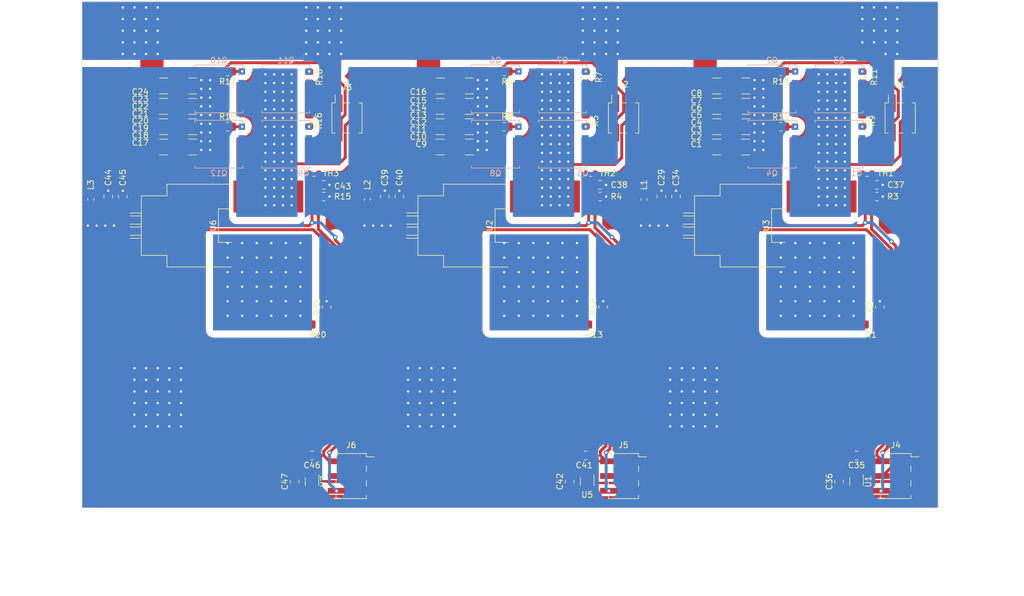
<source format=kicad_pcb>
(kicad_pcb (version 20221018) (generator pcbnew)
  (layers (0 "F.Cu" signal) (31 "B.Cu" signal) (34 "B.Paste" user) (35 "F.Paste" user) (36 "B.SilkS" user "B.Silkscreen") (37 "F.SilkS" user "F.Silkscreen") (38 "B.Mask" user) (39 "F.Mask" user) (44 "Edge.Cuts" user))
  (net 0 "")
  (net 1 "Net-(C1-Pad2)")
  (net 2 "Net-(C5-Pad2)")
  (net 3 "Net-(C13-Pad2)")
  (net 4 "Net-(C15-Pad2)")
  (net 5 "Net-(C17-Pad2)")
  (net 6 "Net-(C19-Pad2)")
  (net 7 "Net-(U3-VCC)")
  (net 8 "VSENSE1")
  (net 9 "-BATT")
  (net 10 "Net-(U1-S)")
  (net 11 "MOSTEMP1")
  (net 12 "MOSTEMP2")
  (net 13 "Net-(C3-Pad2)")
  (net 14 "Net-(U2-VCC)")
  (net 15 "VSENSE2")
  (net 16 "Net-(U5-S)")
  (net 17 "Net-(U6-VCC)")
  (net 18 "Net-(U7-S)")
  (net 19 "+BATT")
  (net 20 "A")
  (net 21 "B")
  (net 22 "C")
  (net 23 "PH2")
  (net 24 "PHASE2")
  (net 25 "PL2")
  (net 26 "PH3")
  (net 27 "PHASE3")
  (net 28 "PL3")
  (net 29 "Net-(Q3-G)")
  (net 30 "Net-(C7-Pad2)")
  (net 31 "PH1")
  (net 32 "PHASE1")
  (net 33 "PL1")
  (net 34 "Net-(Q1-G)")
  (net 35 "Net-(Q2-G)")
  (net 36 "Net-(Q4-G)")
  (net 37 "Net-(Q5-G)")
  (net 38 "Net-(Q7-G)")
  (net 39 "Net-(Q8-G)")
  (net 40 "Net-(Q9-G)")
  (net 41 "Net-(Q10-G)")
  (net 42 "Net-(Q6-G)")
  (net 43 "Net-(Q11-G)")
  (net 44 "Net-(Q12-G)")
  (net 45 "Net-(C10-Pad1)")
  (net 46 "VSENSE3")
  (net 47 "SENS_FILTER_ENABLE1")
  (net 48 "MOSTEMP3")
  (net 49 "3.3V_1")
  (net 50 "CURR3")
  (net 51 "CURR2")
  (net 52 "CURR1")
  (net 53 "Net-(C11-Pad2)")
  (net 54 "Net-(C21-Pad2)")
  (net 55 "SENS_FILTER_ENABLE2")
  (net 56 "SENS_FILTER_ENABLE3")
  (net 57 "Net-(C23-Pad2)")
  (net 58 "3.3V_2")
  (net 59 "3.3V_3")
  (footprint "Capacitor_SMD:C_1210_3225Metric" (layer "F.Cu") (at 124.5 63)
    (fp_text reference "C9")
    (fp_text value "10u 100V")
  )
  (footprint "Capacitor_SMD:C_1210_3225Metric" (layer "F.Cu") (at 129.5 63)
    (fp_text reference "C10")
    (fp_text value "10u 100V")
  )
  (footprint "Capacitor_SMD:C_0805_2012Metric" (layer "F.Cu") (at 193 120.5 90)
    (fp_text reference "C36")
    (fp_text value "100nF")
  )
  (footprint "Connector_Wire:SolderWirePad_1x01_SMD_5x10mm" (layer "F.Cu") (at 95 90 90)
    (fp_text reference "J17" hide)
    (fp_text value "PHASE_PAD")
  )
  (footprint "Capacitor_SMD:C_1210_3225Metric" (layer "F.Cu") (at 124.5 59.5)
    (fp_text reference "C11")
    (fp_text value "10u 100V")
  )
  (footprint "Capacitor_SMD:C_0805_2012Metric" (layer "F.Cu") (at 99.5 120.5 90)
    (fp_text reference "C47")
    (fp_text value "100nF")
  )
  (footprint "Capacitor_SMD:C_0805_2012Metric" (layer "F.Cu") (at 115 71.5 90)
    (fp_text reference "C39")
    (fp_text value "100nF")
  )
  (footprint "Capacitor_SMD:C_1210_3225Metric" (layer "F.Cu") (at 77 63)
    (fp_text reference "C17")
    (fp_text value "10u 100V")
  )
  (footprint "Inductor_SMD:L_0603_1608Metric" (layer "F.Cu") (at 64.5 72 -90)
    (fp_text reference "L3")
    (fp_text value "BLM18HE152SN1D")
  )
  (footprint "Resistor_SMD:R_0805_2012Metric" (layer "F.Cu") (at 149.5 58.5 -90)
    (fp_text reference "R5")
    (fp_text value "2r2")
  )
  (footprint "Capacitor_SMD:C_0805_2012Metric" (layer "F.Cu") (at 104.5 69.5)
    (fp_text reference "C43")
    (fp_text value "1u")
  )
  (footprint "Capacitor_SMD:C_1210_3225Metric" (layer "F.Cu") (at 77 56)
    (fp_text reference "C21")
    (fp_text value "10u 100V")
  )
  (footprint "Inductor_SMD:L_0603_1608Metric" (layer "F.Cu") (at 112 72 -90)
    (fp_text reference "L2")
    (fp_text value "BLM18HE152SN1D")
  )
  (footprint "Resistor_SMD:R_0805_2012Metric" (layer "F.Cu") (at 183 50)
    (fp_text reference "R10")
    (fp_text value "2r2")
  )
  (footprint "Capacitor_SMD:C_0805_2012Metric" (layer "F.Cu") (at 165 71.5 90)
    (fp_text reference "C34")
    (fp_text value "2.2u")
  )
  (footprint "Capacitor_SMD:C_0805_2012Metric" (layer "F.Cu") (at 67.5 71.5 90)
    (fp_text reference "C44")
    (fp_text value "100nF")
  )
  (footprint "Capacitor_SMD:C_1210_3225Metric" (layer "F.Cu") (at 129.5 59.5)
    (fp_text reference "C12")
    (fp_text value "10u 100V")
  )
  (footprint "Capacitor_SMD:C_1210_3225Metric" (layer "F.Cu") (at 82 56)
    (fp_text reference "C22")
    (fp_text value "10u 100V")
  )
  (footprint "Capacitor_SMD:C_1210_3225Metric" (layer "F.Cu") (at 77 52.5)
    (fp_text reference "C23")
    (fp_text value "10u 100V")
  )
  (footprint "Capacitor_SMD:C_1210_3225Metric" (layer "F.Cu") (at 124.5 56)
    (fp_text reference "C13")
    (fp_text value "10u 100V")
  )
  (footprint "Capacitor_SMD:C_1210_3225Metric" (layer "F.Cu") (at 82 52.5)
    (fp_text reference "C24")
    (fp_text value "10u 100V")
  )
  (footprint "Inductor_SMD:L_0603_1608Metric" (layer "F.Cu") (at 159.5 72 -90)
    (fp_text reference "L1")
    (fp_text value "BLM18HE152SN1D")
  )
  (footprint "Capacitor_SMD:C_1210_3225Metric" (layer "F.Cu") (at 77 59.5)
    (fp_text reference "C19")
    (fp_text value "10u 100V")
  )
  (footprint "Resistor_SMD:R_0805_2012Metric" (layer "F.Cu") (at 102 51 90)
    (fp_text reference "R18")
    (fp_text value "2r2")
  )
  (footprint "Capacitor_SMD:C_1210_3225Metric" (layer "F.Cu") (at 124.5 52.5)
    (fp_text reference "C15")
    (fp_text value "10u 100V")
  )
  (footprint "GigaVescLibs:Allegro_CB_SMD" (layer "F.Cu") (at 81.49375 76.5 -90)
    (fp_text reference "U6")
    (fp_text value "ACS773ECB-200B-PFF-T")
  )
  (footprint "Capacitor_SMD:C_1210_3225Metric" (layer "F.Cu") (at 177 63)
    (fp_text reference "C2")
    (fp_text value "10u 100V")
  )
  (footprint "Connector_PinSocket_2.54mm:PinSocket_2x03_P2.54mm_Vertical_SMD" (layer "F.Cu") (at 155.98 119.54)
    (fp_text reference "J5")
    (fp_text value "PhaseConn2")
  )
  (footprint "Capacitor_SMD:C_0805_2012Metric" (layer "F.Cu") (at 146.7325 120.5 90)
    (fp_text reference "C42")
    (fp_text value "100nF")
  )
  (footprint "Package_TO_SOT_SMD:SOT-353_SC-70-5" (layer "F.Cu") (at 149.7325 120.5 -90)
    (fp_text reference "U5")
    (fp_text value "RS2166XC5")
  )
  (footprint "Capacitor_SMD:C_0805_2012Metric" (layer "F.Cu") (at 70 71.5 90)
    (fp_text reference "C45")
    (fp_text value "2.2u")
  )
  (footprint "Capacitor_SMD:C_0805_2012Metric" (layer "F.Cu") (at 152 69.5)
    (fp_text reference "C38")
    (fp_text value "1u")
  )
  (footprint "Resistor_SMD:R_0805_2012Metric" (layer "F.Cu") (at 198.5 93.5)
    (fp_text reference "R1")
    (fp_text value "150k")
  )
  (footprint "Connector_Wire:SolderWirePad_1x01_SMD_5x10mm" (layer "F.Cu") (at 207 43)
    (fp_text reference "J13" hide)
    (fp_text value "BATT+Conn2")
  )
  (footprint "GigaVescLibs:Allegro_CB_SMD" (layer "F.Cu") (at 128.99375 76.5 -90)
    (fp_text reference "U2")
    (fp_text value "ACS773ECB-200B-PFF-T")
  )
  (footprint "Resistor_SMD:R_0805_2012Metric" (layer "F.Cu") (at 197 58.5 -90)
    (fp_text reference "R9")
    (fp_text value "2r2")
  )
  (footprint "Capacitor_SMD:C_0805_2012Metric" (layer "F.Cu") (at 162.5 71.5 90)
    (fp_text reference "C29")
    (fp_text value "100nF")
  )
  (footprint "Connector_PinSocket_2.54mm:PinSocket_2x02_P2.54mm_Vertical_SMD" (layer "F.Cu") (at 156 58 90)
    (fp_text reference "J2")
    (fp_text value "DRIVER2")
  )
  (footprint "Connector_PinSocket_2.54mm:PinSocket_2x03_P2.54mm_Vertical_SMD" (layer "F.Cu") (at 109.23 119.54)
    (fp_text reference "J6")
    (fp_text value "PhaseConn3")
  )
  (footprint "Resistor_SMD:R_0805_2012Metric" (layer "F.Cu") (at 135.5 59.5)
    (fp_text reference "R8")
    (fp_text value "2r2")
  )
  (footprint "Connector_Wire:SolderWirePad_1x01_SMD_5x10mm" (layer "F.Cu") (at 142.5 90 90)
    (fp_text reference "J16" hide)
    (fp_text value "PHASE_PAD")
  )
  (footprint "Capacitor_SMD:C_1210_3225Metric" (layer "F.Cu") (at 177 59.5)
    (fp_text reference "C4")
    (fp_text value "10u 100V")
  )
  (footprint "Resistor_SMD:R_0805_2012Metric" (layer "F.Cu") (at 200 90.5 90)
    (fp_text reference "R2")
    (fp_text value "2.7k")
  )
  (footprint "GigaVescLibs:Allegro_CB_SMD" (layer "F.Cu") (at 176.49375 76.5 -90)
    (fp_text reference "U3")
    (fp_text value "ACS773ECB-200B-PFF-T")
  )
  (footprint "Capacitor_SMD:C_1210_3225Metric" (layer "F.Cu") (at 172 63)
    (fp_text reference "C1")
    (fp_text value "10u 100V")
  )
  (footprint "Resistor_SMD:R_0805_2012Metric" (layer "F.Cu") (at 197 51 90)
    (fp_text reference "R11")
    (fp_text value "2r2")
  )
  (footprint "Resistor_SMD:R_0805_2012Metric" (layer "F.Cu") (at 103.5 93.5)
    (fp_text reference "R20")
    (fp_text value "150k")
  )
  (footprint "Capacitor_SMD:C_1210_3225Metric" (layer "F.Cu") (at 82 59.5)
    (fp_text reference "C20")
    (fp_text value "10u 100V")
  )
  (footprint "Resistor_SMD:R_0805_2012Metric" (layer "F.Cu") (at 183 59.5)
    (fp_text reference "R12")
    (fp_text value "2r2")
  )
  (footprint "Capacitor_SMD:C_1210_3225Metric" (layer "F.Cu") (at 177 52.5)
    (fp_text reference "C8")
    (fp_text value "10u 100V")
  )
  (footprint "Capacitor_SMD:C_0805_2012Metric" (layer "F.Cu") (at 102.5 116 180)
    (fp_text reference "C46")
    (fp_text value "100nF")
  )
  (footprint "Capacitor_SMD:C_0805_2012Metric" (layer "F.Cu") (at 149.5 116 180)
    (fp_text reference "C41")
    (fp_text value "100nF")
  )
  (footprint "Resistor_SMD:R_0805_2012Metric" (layer "F.Cu") (at 152.5 90.5 90)
    (fp_text reference "R14")
    (fp_text value "2.7k")
  )
  (footprint "Resistor_SMD:R_0603_1608Metric" (layer "F.Cu") (at 197.825 67.5)
    (fp_text reference "TH1")
    (fp_text value "NCP18XH103F03RB")
  )
  (footprint "Capacitor_SMD:C_1210_3225Metric" (layer "F.Cu") (at 172 56)
    (fp_text reference "C5")
    (fp_text value "10u 100V")
  )
  (footprint "Connector_PinSocket_2.54mm:PinSocket_2x02_P2.54mm_Vertical_SMD" (layer "F.Cu") (at 203.5 58 90)
    (fp_text reference "J1")
    (fp_text value "DRIVER1")
  )
  (footprint "Resistor_SMD:R_0805_2012Metric" (layer "F.Cu") (at 151 93.5)
    (fp_text reference "R13")
    (fp_text value "150k")
  )
  (footprint "Resistor_SMD:R_0805_2012Metric" (layer "F.Cu") (at 135.5 50)
    (fp_text reference "R6")
    (fp_text value "2r2")
  )
  (footprint "Connector_Wire:SolderWirePad_1x01_SMD_5x10mm" (layer "F.Cu") (at 190 90 90)
    (fp_text reference "J15" hide)
    (fp_text value "PHASE_PAD")
  )
  (footprint "Capacitor_SMD:C_1210_3225Metric" (layer "F.Cu") (at 129.5 52.5)
    (fp_text reference "C16")
    (fp_text value "10u 100V")
  )
  (footprint "Resistor_SMD:R_0805_2012Metric" (layer "F.Cu") (at 88 50)
    (fp_text reference "R17")
    (fp_text value "2r2")
  )
  (footprint "Connector_PinSocket_2.54mm:PinSocket_2x03_P2.54mm_Vertical_SMD" (layer "F.Cu") (at 202.73 119.54)
    (fp_text reference "J4")
    (fp_text value "PhaseConn1")
  )
  (footprint "Connector_Wire:SolderWirePad_1x01_SMD_5x10mm" (layer "F.Cu") (at 206.75 105.5)
    (fp_text reference "J14" hide)
    (fp_text value "BATT-Conn2")
  )
  (footprint "Capacitor_SMD:C_1210_3225Metric" (layer "F.Cu") (at 172 52.5)
    (fp_text reference "C7")
    (fp_text value "10u 100V")
  )
  (footprint "Connector_PinSocket_2.54mm:PinSocket_2x02_P2.54mm_Vertical_SMD" (layer "F.Cu") (at 108.5 58 90)
    (fp_text reference "J3")
    (fp_text value "DRIVER3")
  )
  (footprint "Resistor_SMD:R_0805_2012Metric" (layer "F.Cu") (at 105 90.5 90)
    (fp_text reference "R21")
    (fp_text value "2.7k")
  )
  (footprint "Resistor_SMD:R_0603_1608Metric" (layer "F.Cu") (at 102.825 67.5)
    (fp_text reference "TH3")
    (fp_text value "NCP18XH103F03RB")
  )
  (footprint "Capacitor_SMD:C_0805_2012Metric" (layer "F.Cu") (at 199.5 69.5)
    (fp_text reference "C37")
    (fp_text value "1u")
  )
  (footprint "Resistor_SMD:R_0805_2012Metric" (layer "F.Cu") (at 149.5 51 90)
    (fp_text reference "R7")
    (fp_text value "2r2")
  )
  (footprint "Capacitor_SMD:C_0805_2012Metric" (layer "F.Cu") (at 117.5 71.5 90)
    (fp_text reference "C40")
    (fp_text value "2.2u")
  )
  (footprint "Connector_Wire:SolderWirePad_1x01_SMD_5x10mm" (layer "F.Cu") (at 66 43)
    (fp_text reference "J8" hide)
    (fp_text value "BATT+Conn1")
  )
  (footprint "Capacitor_SMD:C_1210_3225Metric" (layer "F.Cu") (at 82 63)
    (fp_text reference "C18")
    (fp_text value "10u 100V")
  )
  (footprint "Resistor_SMD:R_0805_2012Metric" (layer "F.Cu") (at 104.5 71.5)
    (fp_text reference "R15")
    (fp_text value "10k")
  )
  (footprint "Package_TO_SOT_SMD:SOT-353_SC-70-5" (layer "F.Cu") (at 102.5 120.5 -90)
    (fp_text reference "U7")
    (fp_text value "RS2166XC5")
  )
  (footprint "Capacitor_SMD:C_1210_3225Metric" (layer "F.Cu") (at 172 59.5)
    (fp_text reference "C3")
    (fp_text value "10u 100V")
  )
  (footprint "Connector_Wire:SolderWirePad_1x01_SMD_5x10mm" (layer "F.Cu") (at 67.5 105.5)
    (fp_text reference "J9" hide)
    (fp_text value "BATT-Conn1")
  )
  (footprint "Package_TO_SOT_SMD:SOT-353_SC-70-5" (layer "F.Cu") (at 196 120.5 -90)
    (fp_text reference "U1")
    (fp_text value "RS2166XC5")
  )
  (footprint "Capacitor_SMD:C_1210_3225Metric" (layer "F.Cu") (at 177 56)
    (fp_text reference "C6")
    (fp_text value "10u 100V")
  )
  (footprint "Resistor_SMD:R_0805_2012Metric" (layer "F.Cu") (at 102 58.5 -90)
    (fp_text reference "R16")
    (fp_text value "2r2")
  )
  (footprint "Resistor_SMD:R_0603_1608Metric" (layer "F.Cu") (at 150.325 67.5)
    (fp_text reference "TH2")
    (fp_text value "NCP18XH103F03RB")
  )
  (footprint "Resistor_SMD:R_0805_2012Metric" (layer "F.Cu") (at 88 59.5)
    (fp_text reference "R19")
    (fp_text value "2r2")
  )
  (footprint "Resistor_SMD:R_0805_2012Metric" (layer "F.Cu") (at 152 71.5)
    (fp_text reference "R4")
    (fp_text value "10k")
  )
  (footprint "Capacitor_SMD:C_0805_2012Metric" (layer "F.Cu") (at 196 116 180)
    (fp_text reference "C35")
    (fp_text value "100nF")
  )
  (footprint "Capacitor_SMD:C_1210_3225Metric" (layer "F.Cu") (at 129.5 56)
    (fp_text reference "C14")
    (fp_text value "10u 100V")
  )
  (footprint "Resistor_SMD:R_0805_2012Metric" (layer "F.Cu") (at 199.5 71.5)
    (fp_text reference "R3")
    (fp_text value "10k")
  )
  (footprint "Package_TO_SOT_SMD:PQFN_8x8" (layer "B.Cu") (at 134 53 180)
    (fp_text reference "Q6")
    (fp_text value "NTMTSC4D3N15MC")
  )
  (footprint "Package_TO_SOT_SMD:PQFN_8x8" (layer "B.Cu") (at 193 53 180)
    (fp_text reference "Q3")
    (fp_text value "NTMTSC4D3N15MC")
  )
  (footprint "Package_TO_SOT_SMD:PQFN_8x8" (layer "B.Cu") (at 134 62.5 180)
    (fp_text reference "Q8")
    (fp_text value "NTMTSC4D3N15MC")
  )
  (footprint "Package_TO_SOT_SMD:PQFN_8x8" (layer "B.Cu") (at 181.5 53 180)
    (fp_text reference "Q2")
    (fp_text value "NTMTSC4D3N15MC")
  )
  (footprint "Package_TO_SOT_SMD:PQFN_8x8" (layer "B.Cu") (at 181.5 62.5 180)
    (fp_text reference "Q4")
    (fp_text value "NTMTSC4D3N15MC")
  )
  (footprint "Package_TO_SOT_SMD:PQFN_8x8" (layer "B.Cu") (at 98 53 180)
    (fp_text reference "Q11")
    (fp_text value "NTMTSC4D3N15MC")
  )
  (footprint "Package_TO_SOT_SMD:PQFN_8x8" (layer "B.Cu") (at 145.5 53 180)
    (fp_text reference "Q7")
    (fp_text value "NTMTSC4D3N15MC")
  )
  (footprint "Package_TO_SOT_SMD:PQFN_8x8" (layer "B.Cu") (at 86.5 62.5 180)
    (fp_text reference "Q12")
    (fp_text value "NTMTSC4D3N15MC")
  )
  (footprint "Package_TO_SOT_SMD:PQFN_8x8" (layer "B.Cu") (at 86.5 53 180)
    (fp_text reference "Q10")
    (fp_text value "NTMTSC4D3N15MC")
  )
  (footprint "Package_TO_SOT_SMD:PQFN_8x8" (layer "B.Cu") (at 98 62.5 180)
    (fp_text reference "Q9")
    (fp_text value "NTMTSC4D3N15MC")
  )
  (footprint "Package_TO_SOT_SMD:PQFN_8x8" (layer "B.Cu") (at 193 62.5 180)
    (fp_text reference "Q1")
    (fp_text value "NTMTSC4D3N15MC")
  )
  (footprint "Package_TO_SOT_SMD:PQFN_8x8" (layer "B.Cu") (at 145.5 62.5 180)
    (fp_text reference "Q5")
    (fp_text value "NTMTSC4D3N15MC")
  )
  (gr_rect (start 63 38) (end 210 125) (stroke (width 0.1)) (fill none) (layer "Edge.Cuts"))
  (segment (start 161.4875 74.59) (end 163.91 74.59) (width 0.5) (layer "F.Cu") (net 7))
  (segment (start 163.91 74.59) (end 165 73.5) (width 0.5) (layer "F.Cu") (net 7))
  (segment (start 161.4875 74.59) (end 160.09 74.59) (width 0.5) (layer "F.Cu") (net 7))
  (segment (start 159.5 74) (end 159.5 72.7875) (width 0.5) (layer "F.Cu") (net 7))
  (segment (start 160.09 74.59) (end 159.5 74) (width 0.5) (layer "F.Cu") (net 7))
  (segment (start 165 73.5) (end 165 72.45) (width 0.5) (layer "F.Cu") (net 7))
  (segment (start 199.5 115.297918) (end 199.5 116) (width 0.5) (layer "F.Cu") (net 8))
  (segment (start 200.6 114.197918) (end 199.5 115.297918) (width 0.5) (layer "F.Cu") (net 8))
  (segment (start 200.21 117) (end 197.95 117) (width 0.5) (layer "F.Cu") (net 8))
  (segment (start 200.6 94.6875) (end 200.6 114.197918) (width 0.5) (layer "F.Cu") (net 8))
  (segment (start 199.5 116) (end 200.5 117) (width 0.5) (layer "F.Cu") (net 8))
  (segment (start 200 92.9125) (end 199.4125 93.5) (width 0.5) (layer "F.Cu") (net 8))
  (segment (start 199.4125 93.5) (end 200.6 94.6875) (width 0.5) (layer "F.Cu") (net 8))
  (segment (start 197.95 117) (end 196.95 116) (width 0.5) (layer "F.Cu") (net 8))
  (segment (start 200 91.4125) (end 200 92.9125) (width 0.5) (layer "F.Cu") (net 8))
  (segment (start 105.5 69.5) (end 105.5 71.5) (width 0.5) (layer "F.Cu") (net 9))
  (segment (start 200.5 69.5) (end 200.5 71.5) (width 0.5) (layer "F.Cu") (net 9))
  (segment (start 200.5 71.5) (end 200.45 71.4625) (width 0.5) (layer "F.Cu") (net 9))
  (segment (start 153 71.5) (end 152.95 71.4625) (width 0.5) (layer "F.Cu") (net 9))
  (segment (start 152.95 69.5) (end 153 69.5) (width 0.5) (layer "F.Cu") (net 9))
  (segment (start 105.45 69.5) (end 105.5 69.5) (width 0.5) (layer "F.Cu") (net 9))
  (segment (start 149.0825 119.55) (end 146.7325 119.55) (width 0.5) (layer "F.Cu") (net 9))
  (segment (start 105.5 71.5) (end 105.45 71.4625) (width 0.5) (layer "F.Cu") (net 9))
  (segment (start 152.95 71.4625) (end 152.9125 71.5) (width 0.5) (layer "F.Cu") (net 9))
  (segment (start 196 119.55) (end 193 119.55) (width 0.4) (layer "F.Cu") (net 9))
  (segment (start 101.85 119.55) (end 99.5 119.55) (width 0.5) (layer "F.Cu") (net 9))
  (segment (start 200.45 71.4625) (end 200.4125 71.5) (width 0.5) (layer "F.Cu") (net 9))
  (segment (start 105.45 71.4625) (end 105.4125 71.5) (width 0.5) (layer "F.Cu") (net 9))
  (segment (start 102.5 119.55) (end 101.85 119.55) (width 0.4) (layer "F.Cu") (net 9))
  (segment (start 200.45 69.5) (end 200.5 69.5) (width 0.5) (layer "F.Cu") (net 9))
  (segment (start 149.7325 119.55) (end 149.0825 119.55) (width 0.4) (layer "F.Cu") (net 9))
  (segment (start 153 69.5) (end 153 71.5) (width 0.5) (layer "F.Cu") (net 9))
  (via (at 132.5 51.5) (size 0.8) (drill 0.4) (layers "F.Cu" "B.Cu") (net 9))
  (via (at 132.5 54.5) (size 0.8) (drill 0.4) (layers "F.Cu" "B.Cu") (net 9))
  (via (at 178.475 53) (size 0.8) (drill 0.4) (layers "F.Cu" "B.Cu") (net 9))
  (via (at 123 109) (size 0.8) (drill 0.4) (layers "F.Cu" "B.Cu") (net 9))
  (via (at 180 56) (size 0.8) (drill 0.4) (layers "F.Cu" "B.Cu") (net 9))
  (via (at 163.5 76.5) (size 0.8) (drill 0.4) (layers "F.Cu" "B.Cu") (net 9))
  (via (at 166 103) (size 0.8) (drill 0.4) (layers "F.Cu" "B.Cu") (net 9))
  (via (at 125 103) (size 0.8) (drill 0.4) (layers "F.Cu" "B.Cu") (net 9))
  (via (at 123 103) (size 0.8) (drill 0.4) (layers "F.Cu" "B.Cu") (net 9))
  (via (at 114.5 76.5) (size 0.8) (drill 0.4) (layers "F.Cu" "B.Cu") (net 9))
  (via (at 172 107) (size 0.8) (drill 0.4) (layers "F.Cu" "B.Cu") (net 9))
  (via (at 130.975 56) (size 0.8) (drill 0.4) (layers "F.Cu" "B.Cu") (net 9))
  (via (at 164 109) (size 0.8) (drill 0.4) (layers "F.Cu" "B.Cu") (net 9))
  (via (at 119 103) (size 0.8) (drill 0.4) (layers "F.Cu" "B.Cu") (net 9))
  (via (at 125 101) (size 0.8) (drill 0.4) (layers "F.Cu" "B.Cu") (net 9))
  (via (at 85 57.5) (size 0.8) (drill 0.4) (layers "F.Cu" "B.Cu") (net 9))
  (via (at 200.5 69.5) (size 0.8) (drill 0.4) (layers "F.Cu" "B.Cu") (net 9))
  (via (at 168 109) (size 0.8) (drill 0.4) (layers "F.Cu" "B.Cu") (net 9))
  (via (at 123 111) (size 0.8) (drill 0.4) (layers "F.Cu" "B.Cu") (net 9))
  (via (at 178.475 63.5) (size 0.8) (drill 0.4) (layers "F.Cu" "B.Cu") (net 9))
  (via (at 64 76.5) (size 0.8) (drill 0.4) (layers "F.Cu" "B.Cu") (net 9))
  (via (at 72 101) (size 0.8) (drill 0.4) (layers "F.Cu" "B.Cu") (net 9))
  (via (at 168 101) (size 0.8) (drill 0.4) (layers "F.Cu" "B.Cu") (net 9))
  (via (at 166 111) (size 0.8) (drill 0.4) (layers "F.Cu" "B.Cu") (net 9))
  (via (at 111.5 76.5) (size 0.8) (drill 0.4) (layers "F.Cu" "B.Cu") (net 9))
  (via (at 178.475 59) (size 0.8) (drill 0.4) (layers "F.Cu" "B.Cu") (net 9))
  (via (at 178.475 60.5) (size 0.8) (drill 0.4) (layers "F.Cu" "B.Cu") (net 9))
  (via (at 72 111) (size 0.8) (drill 0.4) (layers "F.Cu" "B.Cu") (net 9))
  (via (at 127 103) (size 0.8) (drill 0.4) (layers "F.Cu" "B.Cu") (net 9))
  (via (at 160.5 76.5) (size 0.8) (drill 0.4) (layers "F.Cu" "B.Cu") (net 9))
  (via (at 166 101) (size 0.8) (drill 0.4) (layers "F.Cu" "B.Cu") (net 9))
  (via (at 168 105) (size 0.8) (drill 0.4) (layers "F.Cu" "B.Cu") (net 9))
  (via (at 105.5 69.5) (size 0.8) (drill 0.4) (layers "F.Cu" "B.Cu") (net 9))
  (via (at 80 109) (size 0.8) (drill 0.4) (layers "F.Cu" "B.Cu") (net 9))
  (via (at 70 70.5) (size 0.8) (drill 0.4) (layers "F.Cu" "B.Cu") (net 9))
  (via (at 119 109) (size 0.8) (drill 0.4) (layers "F.Cu" "B.Cu") (net 9))
  (via (at 83.475 53) (size 0.8) (drill 0.4) (layers "F.Cu" "B.Cu") (net 9))
  (via (at 127 101) (size 0.8) (drill 0.4) (layers "F.Cu" "B.Cu") (net 9))
  (via (at 83.475 59) (size 0.8) (drill 0.4) (layers "F.Cu" "B.Cu") (net 9))
  (via (at 78 105) (size 0.8) (drill 0.4) (layers "F.Cu" "B.Cu") (net 9))
  (via (at 170 103) (size 0.8) (drill 0.4) (layers "F.Cu" "B.Cu") (net 9))
  (via (at 67 76.5) (size 0.8) (drill 0.4) (layers "F.Cu" "B.Cu") (net 9))
  (via (at 123 107) (size 0.8) (drill 0.4) (layers "F.Cu" "B.Cu") (net 9))
  (via (at 85 54.5) (size 0.8) (drill 0.4) (layers "F.Cu" "B.Cu") (net 9))
  (via (at 162 76.5) (size 0.8) (drill 0.4) (layers "F.Cu" "B.Cu") (net 9))
  (via (at 119 105) (size 0.8) (drill 0.4) (layers "F.Cu" "B.Cu") (net 9))
  (via (at 83.475 62) (size 0.8) (drill 0.4) (layers "F.Cu" "B.Cu") (net 9))
  (via (at 168 103) (size 0.8) (drill 0.4) (layers "F.Cu" "B.Cu") (net 9))
  (via (at 165 70.5) (size 0.8) (drill 0.4) (layers "F.Cu" "B.Cu") (net 9))
  (via (at 78 111) (size 0.8) (drill 0.4) (layers "F.Cu" "B.Cu") (net 9))
  (via (at 119 111) (size 0.8) (drill 0.4) (layers "F.Cu" "B.Cu") (net 9))
  (via (at 83.475 56) (size 0.8) (drill 0.4) (layers "F.Cu" "B.Cu") (net 9))
  (via (at 127 105) (size 0.8) (drill 0.4) (layers "F.Cu" "B.Cu") (net 9))
  (via (at 72 107) (size 0.8) (drill 0.4) (layers "F.Cu" "B.Cu") (net 9))
  (via (at 123 105) (size 0.8) (drill 0.4) (layers "F.Cu" "B.Cu") (net 9))
  (via (at 74 109) (size 0.8) (drill 0.4) (layers "F.Cu" "B.Cu") (net 9))
  (via (at 105 89.5) (size 0.8) (drill 0.4) (layers "F.Cu" "B.Cu") (net 9))
  (via (at 85 53) (size 0.8) (drill 0.4) (layers "F.Cu" "B.Cu") (net 9))
  (via (at 200 89.5) (size 0.8) (drill 0.4) (layers "F.Cu" "B.Cu") (net 9))
  (via (at 74 103) (size 0.8) (drill 0.4) (layers "F.Cu" "B.Cu") (net 9))
  (via (at 83.475 57.5) (size 0.8) (drill 0.4) (layers "F.Cu" "B.Cu") (net 9))
  (via (at 132.5 53) (size 0.8) (drill 0.4) (layers "F.Cu" "B.Cu") (net 9))
  (via (at 166 107) (size 0.8) (drill 0.4) (layers "F.Cu" "B.Cu") (net 9))
  (via (at 117.5 70.5) (size 0.8) (drill 0.4) (layers "F.Cu" "B.Cu") (net 9))
  (via (at 76 105) (size 0.8) (drill 0.4) (layers "F.Cu" "B.Cu") (net 9))
  (via (at 164 105) (size 0.8) (drill 0.4) (layers "F.Cu" "B.Cu") (net 9))
  (via (at 125 105) (size 0.8) (drill 0.4) (layers "F.Cu" "B.Cu") (net 9))
  (via (at 180 53) (size 0.8) (drill 0.4) (layers "F.Cu" "B.Cu") (net 9))
  (via (at 65.5 76.5) (size 0.8) (drill 0.4) (layers "F.Cu" "B.Cu") (net 9))
  (via (at 180 60.5) (size 0.8) (drill 0.4) (layers "F.Cu" "B.Cu") (net 9))
  (via (at 85 63.5) (size 0.8) (drill 0.4) (layers "F.Cu" "B.Cu") (net 9))
  (via (at 132.5 62) (size 0.8) (drill 0.4) (layers "F.Cu" "B.Cu") (net 9))
  (via (at 152.5 89.5) (size 0.8) (drill 0.4) (layers "F.Cu" "B.Cu") (net 9))
  (via (at 178.475 51.5) (size 0.8) (drill 0.4) (layers "F.Cu" "B.Cu") (net 9))
  (via (at 164 101) (size 0.8) (drill 0.4) (layers "F.Cu" "B.Cu") (net 9))
  (via (at 76 107) (size 0.8) (drill 0.4) (layers "F.Cu" "B.Cu") (net 9))
  (via (at 130.975 63.5) (size 0.8) (drill 0.4) (layers "F.Cu" "B.Cu") (net 9))
  (via (at 162.5 70.5) (size 0.8) (drill 0.4) (layers "F.Cu" "B.Cu") (net 9))
  (via (at 180 51.5) (size 0.8) (drill 0.4) (layers "F.Cu" "B.Cu") (net 9))
  (via (at 83.475 63.5) (size 0.8) (drill 0.4) (layers "F.Cu" "B.Cu") (net 9))
  (via (at 121 109) (size 0.8) (drill 0.4) (layers "F.Cu" "B.Cu") (net 9))
  (via (at 76 103) (size 0.8) (drill 0.4) (layers "F.Cu" "B.Cu") (net 9))
  (via (at 119 107) (size 0.8) (drill 0.4) (layers "F.Cu" "B.Cu") (net 9))
  (via (at 153 69.5) (size 0.8) (drill 0.4) (layers "F.Cu" "B.Cu") (net 9))
  (via (at 72 103) (size 0.8) (drill 0.4) (layers "F.Cu" "B.Cu") (net 9))
  (via (at 72 105) (size 0.8) (drill 0.4) (layers "F.Cu" "B.Cu") (net 9))
  (via (at 132.5 57.5) (size 0.8) (drill 0.4) (layers "F.Cu" "B.Cu") (net 9))
  (via (at 83.475 60.5) (size 0.8) (drill 0.4) (layers "F.Cu" "B.Cu") (net 9))
  (via (at 85 51.5) (size 0.8) (drill 0.4) (layers "F.Cu" "B.Cu") (net 9))
  (via (at 127 109) (size 0.8) (drill 0.4) (layers "F.Cu" "B.Cu") (net 9))
  (via (at 130.975 57.5) (size 0.8) (drill 0.4) (layers "F.Cu" "B.Cu") (net 9))
  (via (at 159 76.5) (size 0.8) (drill 0.4) (layers "F.Cu" "B.Cu") (net 9))
  (via (at 72 109) (size 0.8) (drill 0.4) (layers "F.Cu" "B.Cu") (net 9))
  (via (at 172 101) (size 0.8) (drill 0.4) (layers "F.Cu" "B.Cu") (net 9))
  (via (at 80 107) (size 0.8) (drill 0.4) (layers "F.Cu" "B.Cu") (net 9))
  (via (at 166 105) (size 0.8) (drill 0.4) (layers "F.Cu" "B.Cu") (net 9))
  (via (at 132.5 60.5) (size 0.8) (drill 0.4) (layers "F.Cu" "B.Cu") (net 9))
  (via (at 121 101) (size 0.8) (drill 0.4) (layers "F.Cu" "B.Cu") (net 9))
  (via (at 116 76.5) (size 0.8) (drill 0.4) (layers "F.Cu" "B.Cu") (net 9))
  (via (at 170 101) (size 0.8) (drill 0.4) (layers "F.Cu" "B.Cu") (net 9))
  (via (at 80 105) (size 0.8) (drill 0.4) (layers "F.Cu" "B.Cu") (net 9))
  (via (at 170 105) (size 0.8) (drill 0.4) (layers "F.Cu" "B.Cu") (net 9))
  (via (at 164 103) (size 0.8) (drill 0.4) (layers "F.Cu" "B.Cu") (net 9))
  (via (at 78 107) (size 0.8) (drill 0.4) (layers "F.Cu" "B.Cu") (net 9))
  (via (at 132.5 63.5) (size 0.8) (drill 0.4) (layers "F.Cu" "B.Cu") (net 9))
  (via (at 130.975 62) (size 0.8) (drill 0.4) (layers "F.Cu" "B.Cu") (net 9))
  (via (at 121 103) (size 0.8) (drill 0.4) (layers "F.Cu" "B.Cu") (net 9))
  (via (at 125 111) (size 0.8) (drill 0.4) (layers "F.Cu" "B.Cu") (net 9))
  (via (at 125 109) (size 0.8) (drill 0.4) (layers "F.Cu" "B.Cu") (net 9))
  (via (at 121 105) (size 0.8) (drill 0.4) (layers "F.Cu" "B.Cu") (net 9))
  (via (at 130.975 53) (size 0.8) (drill 0.4) (layers "F.Cu" "B.Cu") (net 9))
  (via (at 74 107) (size 0.8) (drill 0.4) (layers "F.Cu" "B.Cu") (net 9))
  (via (at 115 70.5) (size 0.8) (drill 0.4) (layers "F.Cu" "B.Cu") (net 9))
  (via (at 170 107) (size 0.8) (drill 0.4) (layers "F.Cu" "B.Cu") (net 9))
  (via (at 130.975 51.5) (size 0.8) (drill 0.4) (layers "F.Cu" "B.Cu") (net 9))
  (via (at 164 107) (size 0.8) (drill 0.4) (layers "F.Cu" "B.Cu") (net 9))
  (via (at 178.475 56) (size 0.8) (drill 0.4) (layers "F.Cu" "B.Cu") (net 9))
  (via (at 130.975 54.5) (size 0.8) (drill 0.4) (layers "F.Cu" "B.Cu") (net 9))
  (via (at 178.475 57.5) (size 0.8) (drill 0.4) (layers "F.Cu" "B.Cu") (net 9))
  (via (at 172 105) (size 0.8) (drill 0.4) (layers "F.Cu" "B.Cu") (net 9))
  (via (at 130.975 59) (size 0.8) (drill 0.4) (layers "F.Cu" "B.Cu") (net 9))
  (via (at 85 59) (size 0.8) (drill 0.4) (layers "F.Cu" "B.Cu") (net 9))
  (via (at 80 103) (size 0.8) (drill 0.4) (layers "F.Cu" "B.Cu") (net 9))
  (via (at 127 107) (size 0.8) (drill 0.4) (layers "F.Cu" "B.Cu") (net 9))
  (via (at 83.475 54.5) (size 0.8) (drill 0.4) (layers "F.Cu" "B.Cu") (net 9))
  (via (at 83.475 51.5) (size 0.8) (drill 0.4) (layers "F.Cu" "B.Cu") (net 9))
  (via (at 180 54.5) (size 0.8) (drill 0.4) (layers "F.Cu" "B.Cu") (net 9))
  (via (at 180 59) (size 0.8) (drill 0.4) (layers "F.Cu" "B.Cu") (net 9))
  (via (at 119 101) (size 0.8) (drill 0.4) (layers "F.Cu" "B.Cu") (net 9))
  (via (at 178.475 62) (size 0.8) (drill 0.4) (layers "F.Cu" "B.Cu") (net 9))
  (via (at 153 71.5) (size 0.8) (drill 0.4) (layers "F.Cu" "B.Cu") (net 9))
  (via (at 125 107) (size 0.8) (drill 0.4) (layers "F.Cu" "B.Cu") (net 9))
  (via (at 166 109) (size 0.8) (drill 0.4) (layers "F.Cu" "B.Cu") (net 9))
  (via (at 78 103) (size 0.8) (drill 0.4) (layers "F.Cu" "B.Cu") (net 9))
  (via (at 132.5 59) (size 0.8) (drill 0.4) (layers "F.Cu" "B.Cu") (net 9))
  (via (at 85 56) (size 0.8) (drill 0.4) (layers "F.Cu" "B.Cu") (net 9))
  (via (at 76 111) (size 0.8) (drill 0.4) (layers "F.Cu" "B.Cu") (net 9))
  (via (at 178.475 54.5) (size 0.8) (drill 0.4) (layers "F.Cu" "B.Cu") (net 9))
  (via (at 68.5 76.5) (size 0.8) (drill 0.4) (layers "F.Cu" "B.Cu") (net 9))
  (via (at 200.5 71.5) (size 0.8) (drill 0.4) (layers "F.Cu" "B.Cu") (net 9))
  (via (at 80 101) (size 0.8) (drill 0.4) (layers "F.Cu" "B.Cu") (net 9))
  (via (at 170 111) (size 0.8) (drill 0.4) (layers "F.Cu" "B.Cu") (net 9))
  (via (at 113 76.5) (size 0.8) (drill 0.4) (layers "F.Cu" "B.Cu") (net 9))
  (via (at 130.975 60.5) (size 0.8) (drill 0.4) (layers "F.Cu" "B.Cu") (net 9))
  (via (at 74 111) (size 0.8) (drill 0.4) (layers "F.Cu" "B.Cu") (net 9))
  (via (at 172 103) (size 0.8) (drill 0.4) (layers "F.Cu" "B.Cu") (net 9))
  (via (at 121 111) (size 0.8) (drill 0.4) (layers "F.Cu" "B.Cu") (net 9))
  (via (at 67.5 70.5) (size 0.8) (drill 0.4) (layers "F.Cu" "B.Cu") (net 9))
  (via (at 180 57.5) (size 0.8) (drill 0.4) (layers "F.Cu" "B.Cu") (net 9))
  (via (at 168 107) (size 0.8) (drill 0.4) (layers "F.Cu" "B.Cu") (net 9))
  (via (at 168 111) (size 0.8) (drill 0.4) (layers "F.Cu" "B.Cu") (net 9))
  (via (at 172 111) (size 0.8) (drill 0.4) (layers "F.Cu" "B.Cu") (net 9))
  (via (at 74 101) (size 0.8) (drill 0.4) (layers "F.Cu" "B.Cu") (net 9))
  (via (at 74 105) (size 0.8) (drill 0.4) (layers "F.Cu" "B.Cu") (net 9))
  (via (at 170 109) (size 0.8) (drill 0.4) (layers "F.Cu" "B.Cu") (net 9))
  (via (at 85 62) (size 0.8) (drill 0.4) (layers "F.Cu" "B.Cu") (net 9))
  (via (at 85 60.5) (size 0.8) (drill 0.4) (layers "F.Cu" "B.Cu") (net 9))
  (via (at 76 101) (size 0.8) (drill 0.4) (layers "F.Cu" "B.Cu") (net 9))
  (via (at 78 109) (size 0.8) (drill 0.4) (layers "F.Cu" "B.Cu") (net 9))
  (via (at 180 63.5) (size 0.8) (drill 0.4) (layers "F.Cu" "B.Cu") (net 9))
  (via (at 80 111) (size 0.8) (drill 0.4) (layers "F.Cu" "B.Cu") (net 9))
  (via (at 180 62) (size 0.8) (drill 0.4) (layers "F.Cu" "B.Cu") (net 9))
  (via (at 127 111) (size 0.8) (drill 0.4) (layers "F.Cu" "B.Cu") (net 9))
  (via (at 172 109) (size 0.8) (drill 0.4) (layers "F.Cu" "B.Cu") (net 9))
  (via (at 76 109) (size 0.8) (drill 0.4) (layers "F.Cu" "B.Cu") (net 9))
  (via (at 105.5 71.5) (size 0.8) (drill 0.4) (layers "F.Cu" "B.Cu") (net 9))
  (via (at 78 101) (size 0.8) (drill 0.4) (layers "F.Cu" "B.Cu") (net 9))
  (via (at 132.5 56) (size 0.8) (drill 0.4) (layers "F.Cu" "B.Cu") (net 9))
  (via (at 164 111) (size 0.8) (drill 0.4) (layers "F.Cu" "B.Cu") (net 9))
  (via (at 121 107) (size 0.8) (drill 0.4) (layers "F.Cu" "B.Cu") (net 9))
  (via (at 123 101) (size 0.8) (drill 0.4) (layers "F.Cu" "B.Cu") (net 9))
  (segment (start 195.05 116) (end 195.05 116.55) (width 0.4) (layer "F.Cu") (net 10))
  (segment (start 195.05 116.55) (end 196.65 118.15) (width 0.4) (layer "F.Cu") (net 10))
  (segment (start 196.65 118.15) (end 196.65 119.55) (width 0.4) (layer "F.Cu") (net 10))
  (segment (start 202.16 117.84) (end 200.46 119.54) (width 0.5) (layer "F.Cu") (net 11))
  (segment (start 198.5875 71.5) (end 198.5875 77.09755) (width 0.5) (layer "F.Cu") (net 11))
  (segment (start 198.5875 77.09755) (end 202 80.51005) (width 0.5) (layer "F.Cu") (net 11))
  (segment (start 198.65 69.4) (end 198.55 69.5) (width 0.5) (layer "F.Cu") (net 11))
  (segment (start 198.55 69.5) (end 198.55 71.4625) (width 0.5) (layer "F.Cu") (net 11))
  (segment (start 202.16 116.05) (end 202.16 117.84) (width 0.5) (layer "F.Cu") (net 11))
  (segment (start 202 80.51005) (end 202 115.89) (width 0.5) (layer "F.Cu") (net 11))
  (segment (start 198.675 69.375) (end 198.55 69.5) (width 0.5) (layer "F.Cu") (net 11))
  (segment (start 198.65 67.5) (end 198.65 69.4) (width 0.5) (layer "F.Cu") (net 11))
  (segment (start 198.55 71.4625) (end 198.5875 71.5) (width 0.5) (layer "F.Cu") (net 11))
  (segment (start 202 115.89) (end 202.16 116.05) (width 0.5) (layer "F.Cu") (net 11))
  (segment (start 151.0875 71.5) (end 151.0875 76.8375) (width 0.5) (layer "F.Cu") (net 12))
  (segment (start 155.41 116.05) (end 155.41 118.59) (width 0.5) (layer "F.Cu") (net 12))
  (segment (start 151.05 69.5) (end 151.05 71.4625) (width 0.5) (layer "F.Cu") (net 12))
  (segment (start 154.35 114.99) (end 155.41 116.05) (width 0.5) (layer "F.Cu") (net 12))
  (segment (start 155.41 118.59) (end 154.46 119.54) (width 0.5) (layer "F.Cu") (net 12))
  (segment (start 151.15 67.5) (end 151.15 69.4) (width 0.5) (layer "F.Cu") (net 12))
  (segment (start 151.0875 76.8375) (end 154.35 80.1) (width 0.5) (layer "F.Cu") (net 12))
  (segment (start 154.46 119.54) (end 153.46 119.54) (width 0.5) (layer "F.Cu") (net 12))
  (segment (start 151.05 71.4625) (end 151.0875 71.5) (width 0.5) (layer "F.Cu") (net 12))
  (segment (start 154.35 80.1) (end 154.35 114.99) (width 0.5) (layer "F.Cu") (net 12))
  (segment (start 151.15 69.4) (end 151.05 69.5) (width 0.5) (layer "F.Cu") (net 12))
  (segment (start 151.175 69.375) (end 151.05 69.5) (width 0.5) (layer "F.Cu") (net 12))
  (segment (start 117.5 73.5) (end 117.5 72.45) (width 0.5) (layer "F.Cu") (net 14))
  (segment (start 116.41 74.59) (end 117.5 73.5) (width 0.5) (layer "F.Cu") (net 14))
  (segment (start 112 74) (end 112 72.7875) (width 0.5) (layer "F.Cu") (net 14))
  (segment (start 112.59 74.59) (end 112 74) (width 0.5) (layer "F.Cu") (net 14))
  (segment (start 113.9875 74.59) (end 112.59 74.59) (width 0.5) (layer "F.Cu") (net 14))
  (segment (start 113.9875 74.59) (end 116.41 74.59) (width 0.5) (layer "F.Cu") (net 14))
  (segment (start 152.5 92.9125) (end 151.9125 93.5) (width 0.5) (layer "F.Cu") (net 15))
  (segment (start 152 115.297918) (end 152 116) (width 0.5) (layer "F.Cu") (net 15))
  (segment (start 152.95 94.5375) (end 152.95 114.347918) (width 0.5) (layer "F.Cu") (net 15))
  (segment (start 152 116) (end 153 117) (width 0.5) (layer "F.Cu") (net 15))
  (segment (start 152.5 91.4125) (end 152.5 92.9125) (width 0.5) (layer "F.Cu") (net 15))
  (segment (start 151.45 117) (end 153.46 117) (width 0.4) (layer "F.Cu") (net 15))
  (segment (start 152.95 114.347918) (end 152 115.297918) (width 0.5) (layer "F.Cu") (net 15))
  (segment (start 150.45 116) (end 151.45 117) (width 0.4) (layer "F.Cu") (net 15))
  (segment (start 151.9125 93.5) (end 152.95 94.5375) (width 0.5) (layer "F.Cu") (net 15))
  (segment (start 148.55 116.55) (end 150.3825 118.3825) (width 0.4) (layer "F.Cu") (net 16))
  (segment (start 150.3825 118.3825) (end 150.3825 119.55) (width 0.4) (layer "F.Cu") (net 16))
  (segment (start 148.55 116) (end 148.55 116.55) (width 0.4) (layer "F.Cu") (net 16))
  (segment (start 70 73.5) (end 70 72.45) (width 0.5) (layer "F.Cu") (net 17))
  (segment (start 68.91 74.59) (end 70 73.5) (width 0.5) (layer "F.Cu") (net 17))
  (segment (start 65.09 74.59) (end 64.5 74) (width 0.5) (layer "F.Cu") (net 17))
  (segment (start 64.5 74) (end 64.5 72.7875) (width 0.5) (layer "F.Cu") (net 17))
  (segment (start 66.4875 74.59) (end 65.09 74.59) (width 0.5) (layer "F.Cu") (net 17))
  (segment (start 66.4875 74.59) (end 68.91 74.59) (width 0.5) (layer "F.Cu") (net 17))
  (segment (start 103.15 117.6) (end 101.55 116) (width 0.5) (layer "F.Cu") (net 18))
  (segment (start 103.15 119.55) (end 103.15 117.6) (width 0.5) (layer "F.Cu") (net 18))
  (via (at 103.5 45) (size 0.8) (drill 0.4) (layers "F.Cu" "B.Cu") (net 19))
  (via (at 149 45) (size 0.8) (drill 0.4) (layers "F.Cu" "B.Cu") (net 19))
  (via (at 155 43) (size 0.8) (drill 0.4) (layers "F.Cu" "B.Cu") (net 19))
  (via (at 76 45) (size 0.8) (drill 0.4) (layers "F.Cu" "B.Cu") (net 19))
  (via (at 153 47) (size 0.8) (drill 0.4) (layers "F.Cu" "B.Cu") (net 19))
  (via (at 203 47) (size 0.8) (drill 0.4) (layers "F.Cu" "B.Cu") (net 19))
  (via (at 203 41) (size 0.8) (drill 0.4) (layers "F.Cu" "B.Cu") (net 19))
  (via (at 203 43) (size 0.8) (drill 0.4) (layers "F.Cu" "B.Cu") (net 19))
  (via (at 70 39) (size 0.8) (drill 0.4) (layers "F.Cu" "B.Cu") (net 19))
  (via (at 153 39) (size 0.8) (drill 0.4) (layers "F.Cu" "B.Cu") (net 19))
  (via (at 199 45) (size 0.8) (drill 0.4) (layers "F.Cu" "B.Cu") (net 19))
  (via (at 103.5 39) (size 0.8) (drill 0.4) (layers "F.Cu" "B.Cu") (net 19))
  (via (at 197 39) (size 0.8) (drill 0.4) (layers "F.Cu" "B.Cu") (net 19))
  (via (at 149 47) (size 0.8) (drill 0.4) (layers "F.Cu" "B.Cu") (net 19))
  (via (at 101.5 39) (size 0.8) (drill 0.4) (layers "F.Cu" "B.Cu") (net 19))
  (via (at 70 47) (size 0.8) (drill 0.4) (layers "F.Cu" "B.Cu") (net 19))
  (via (at 105.5 45) (size 0.8) (drill 0.4) (layers "F.Cu" "B.Cu") (net 19))
  (via (at 201 47) (size 0.8) (drill 0.4) (layers "F.Cu" "B.Cu") (net 19))
  (via (at 76 41) (size 0.8) (drill 0.4) (layers "F.Cu" "B.Cu") (net 19))
  (via (at 105.5 43) (size 0.8) (drill 0.4) (layers "F.Cu" "B.Cu") (net 19))
  (via (at 197 41) (size 0.8) (drill 0.4) (layers "F.Cu" "B.Cu") (net 19))
  (via (at 149 39) (size 0.8) (drill 0.4) (layers "F.Cu" "B.Cu") (net 19))
  (via (at 155 41) (size 0.8) (drill 0.4) (layers "F.Cu" "B.Cu") (net 19))
  (via (at 203 45) (size 0.8) (drill 0.4) (layers "F.Cu" "B.Cu") (net 19))
  (via (at 149 43) (size 0.8) (drill 0.4) (layers "F.Cu" "B.Cu") (net 19))
  (via (at 153 43) (size 0.8) (drill 0.4) (layers "F.Cu" "B.Cu") (net 19))
  (via (at 201 43) (size 0.8) (drill 0.4) (layers "F.Cu" "B.Cu") (net 19))
  (via (at 107.5 47) (size 0.8) (drill 0.4) (layers "F.Cu" "B.Cu") (net 19))
  (via (at 107.5 39) (size 0.8) (drill 0.4) (layers "F.Cu" "B.Cu") (net 19))
  (via (at 74 43) (size 0.8) (drill 0.4) (layers "F.Cu" "B.Cu") (net 19))
  (via (at 107.5 41) (size 0.8) (drill 0.4) (layers "F.Cu" "B.Cu") (net 19))
  (via (at 101.5 43) (size 0.8) (drill 0.4) (layers "F.Cu" "B.Cu") (net 19))
  (via (at 201 39) (size 0.8) (drill 0.4) (layers "F.Cu" "B.Cu") (net 19))
  (via (at 72 47) (size 0.8) (drill 0.4) (layers "F.Cu" "B.Cu") (net 19))
  (via (at 105.5 41) (size 0.8) (drill 0.4) (layers "F.Cu" "B.Cu") (net 19))
  (via (at 155 45) (size 0.8) (drill 0.4) (layers "F.Cu" "B.Cu") (net 19))
  (via (at 74 45) (size 0.8) (drill 0.4) (layers "F.Cu" "B.Cu") (net 19))
  (via (at 70 43) (size 0.8) (drill 0.4) (layers "F.Cu" "B.Cu") (net 19))
  (via (at 103.5 43) (size 0.8) (drill 0.4) (layers "F.Cu" "B.Cu") (net 19))
  (via (at 155 47) (size 0.8) (drill 0.4) (layers "F.Cu" "B.Cu") (net 19))
  (via (at 72 39) (size 0.8) (drill 0.4) (layers "F.Cu" "B.Cu") (net 19))
  (via (at 76 39) (size 0.8) (drill 0.4) (layers "F.Cu" "B.Cu") (net 19))
  (via (at 76 43) (size 0.8) (drill 0.4) (layers "F.Cu" "B.Cu") (net 19))
  (via (at 203 39) (size 0.8) (drill 0.4) (layers "F.Cu" "B.Cu") (net 19))
  (via (at 103.5 47) (size 0.8) (drill 0.4) (layers "F.Cu" "B.Cu") (net 19))
  (via (at 153 41) (size 0.8) (drill 0.4) (layers "F.Cu" "B.Cu") (net 19))
  (via (at 74 41) (size 0.8) (drill 0.4) (layers "F.Cu" "B.Cu") (net 19))
  (via (at 70 41) (size 0.8) (drill 0.4) (layers "F.Cu" "B.Cu") (net 19))
  (via (at 199 43) (size 0.8) (drill 0.4) (layers "F.Cu" "B.Cu") (net 19))
  (via (at 153 45) (size 0.8) (drill 0.4) (layers "F.Cu" "B.Cu") (net 19))
  (via (at 101.5 47) (size 0.8) (drill 0.4) (layers "F.Cu" "B.Cu") (net 19))
  (via (at 151 45) (size 0.8) (drill 0.4) (layers "F.Cu" "B.Cu") (net 19))
  (via (at 72 41) (size 0.8) (drill 0.4) (layers "F.Cu" "B.Cu") (net 19))
  (via (at 155 39) (size 0.8) (drill 0.4) (layers "F.Cu" "B.Cu") (net 19))
  (via (at 101.5 41) (size 0.8) (drill 0.4) (layers "F.Cu" "B.Cu") (net 19))
  (via (at 151 41) (size 0.8) (drill 0.4) (layers "F.Cu" "B.Cu") (net 19))
  (via (at 151 39) (size 0.8) (drill 0.4) (layers "F.Cu" "B.Cu") (net 19))
  (via (at 72 45) (size 0.8) (drill 0.4) (layers "F.Cu" "B.Cu") (net 19))
  (via (at 151 43) (size 0.8) (drill 0.4) (layers "F.Cu" "B.Cu") (net 19))
  (via (at 103.5 41) (size 0.8) (drill 0.4) (layers "F.Cu" "B.Cu") (net 19))
  (via (at 74 39) (size 0.8) (drill 0.4) (layers "F.Cu" "B.Cu") (net 19))
  (via (at 76 47) (size 0.8) (drill 0.4) (layers "F.Cu" "B.Cu") (net 19))
  (via (at 105.5 47) (size 0.8) (drill 0.4) (layers "F.Cu" "B.Cu") (net 19))
  (via (at 199 39) (size 0.8) (drill 0.4) (layers "F.Cu" "B.Cu") (net 19))
  (via (at 101.5 45) (size 0.8) (drill 0.4) (layers "F.Cu" "B.Cu") (net 19))
  (via (at 149 41) (size 0.8) (drill 0.4) (layers "F.Cu" "B.Cu") (net 19))
  (via (at 151 47) (size 0.8) (drill 0.4) (layers "F.Cu" "B.Cu") (net 19))
  (via (at 107.5 43) (size 0.8) (drill 0.4) (layers "F.Cu" "B.Cu") (net 19))
  (via (at 197 45) (size 0.8) (drill 0.4) (layers "F.Cu" "B.Cu") (net 19))
  (via (at 107.5 45) (size 0.8) (drill 0.4) (layers "F.Cu" "B.Cu") (net 19))
  (via (at 197 43) (size 0.8) (drill 0.4) (layers "F.Cu" "B.Cu") (net 19))
  (via (at 199 41) (size 0.8) (drill 0.4) (layers "F.Cu" "B.Cu") (net 19))
  (via (at 201 41) (size 0.8) (drill 0.4) (layers "F.Cu" "B.Cu") (net 19))
  (via (at 70 45) (size 0.8) (drill 0.4) (layers "F.Cu" "B.Cu") (net 19))
  (via (at 201 45) (size 0.8) (drill 0.4) (layers "F.Cu" "B.Cu") (net 19))
  (via (at 105.5 39) (size 0.8) (drill 0.4) (layers "F.Cu" "B.Cu") (net 19))
  (via (at 74 47) (size 0.8) (drill 0.4) (layers "F.Cu" "B.Cu") (net 19))
  (via (at 72 43) (size 0.8) (drill 0.4) (layers "F.Cu" "B.Cu") (net 19))
  (via (at 195.5 82) (size 0.8) (drill 0.4) (layers "F.Cu" "B.Cu") (net 20))
  (via (at 190.5 84.5) (size 0.8) (drill 0.4) (layers "F.Cu" "B.Cu") (net 20))
  (via (at 185.5 92) (size 0.8) (drill 0.4) (layers "F.Cu" "B.Cu") (net 20))
  (via (at 183 82) (size 0.8) (drill 0.4) (layers "F.Cu" "B.Cu") (net 20))
  (via (at 185.5 84.5) (size 0.8) (drill 0.4) (layers "F.Cu" "B.Cu") (net 20))
  (via (at 193 84.5) (size 0.8) (drill 0.4) (layers "F.Cu" "B.Cu") (net 20))
  (via (at 188 92) (size 0.8) (drill 0.4) (layers "F.Cu" "B.Cu") (net 20))
  (via (at 183 84.5) (size 0.8) (drill 0.4) (layers "F.Cu" "B.Cu") (net 20))
  (via (at 188 79.5) (size 0.8) (drill 0.4) (layers "F.Cu" "B.Cu") (net 20))
  (via (at 185.5 89.5) (size 0.8) (drill 0.4) (layers "F.Cu" "B.Cu") (net 20))
  (via (at 190.5 82) (size 0.8) (drill 0.4) (layers "F.Cu" "B.Cu") (net 20))
  (via (at 188 89.5) (size 0.8) (drill 0.4) (layers "F.Cu" "B.Cu") (net 20))
  (via (at 190.5 89.5) (size 0.8) (drill 0.4) (layers "F.Cu" "B.Cu") (net 20))
  (via (at 188 87) (size 0.8) (drill 0.4) (layers "F.Cu" "B.Cu") (net 20))
  (via (at 183 79.5) (size 0.8) (drill 0.4) (layers "F.Cu" "B.Cu") (net 20))
  (via (at 185.5 79.5) (size 0.8) (drill 0.4) (layers "F.Cu" "B.Cu") (net 20))
  (via (at 183 87) (size 0.8) (drill 0.4) (layers "F.Cu" "B.Cu") (net 20))
  (via (at 193 79.5) (size 0.8) (drill 0.4) (layers "F.Cu" "B.Cu") (net 20))
  (via (at 188 84.5) (size 0.8) (drill 0.4) (layers "F.Cu" "B.Cu") (net 20))
  (via (at 193 89.5) (size 0.8) (drill 0.4) (layers "F.Cu" "B.Cu") (net 20))
  (via (at 195.5 89.5) (size 0.8) (drill 0.4) (layers "F.Cu" "B.Cu") (net 20))
  (via (at 195.5 92) (size 0.8) (drill 0.4) (layers "F.Cu" "B.Cu") (net 20))
  (via (at 183 92) (size 0.8) (drill 0.4) (layers "F.Cu" "B.Cu") (net 20))
  (via (at 190.5 87) (size 0.8) (drill 0.4) (layers "F.Cu" "B.Cu") (net 20))
  (via (at 193 87) (size 0.8) (drill 0.4) (layers "F.Cu" "B.Cu") (net 20))
  (via (at 190.5 92) (size 0.8) (drill 0.4) (layers "F.Cu" "B.Cu") (net 20))
  (via (at 195.5 84.5) (size 0.8) (drill 0.4) (layers "F.Cu" "B.Cu") (net 20))
  (via (at 193 82) (size 0.8) (drill 0.4) (layers "F.Cu" "B.Cu") (net 20))
  (via (at 185.5 82) (size 0.8) (drill 0.4) (layers "F.Cu" "B.Cu") (net 20))
  (via (at 195.5 79.5) (size 0.8) (drill 0.4) (layers "F.Cu" "B.Cu") (net 20))
  (via (at 185.5 87) (size 0.8) (drill 0.4) (layers "F.Cu" "B.Cu") (net 20))
  (via (at 183 89.5) (size 0.8) (drill 0.4) (layers "F.Cu" "B.Cu") (net 20))
  (via (at 190.5 79.5) (size 0.8) (drill 0.4) (layers "F.Cu" "B.Cu") (net 20))
  (via (at 193 92) (size 0.8) (drill 0.4) (layers "F.Cu" "B.Cu") (net 20))
  (via (at 195.5 87) (size 0.8) (drill 0.4) (layers "F.Cu" "B.Cu") (net 20))
  (via (at 188 82) (size 0.8) (drill 0.4) (layers "F.Cu" "B.Cu") (net 20))
  (via (at 148 87) (size 0.8) (drill 0.4) (layers "F.Cu" "B.Cu") (net 21))
  (via (at 138 92) (size 0.8) (drill 0.4) (layers "F.Cu" "B.Cu") (net 21))
  (via (at 135.5 84.5) (size 0.8) (drill 0.4) (layers "F.Cu" "B.Cu") (net 21))
  (via (at 135.5 82) (size 0.8) (drill 0.4) (layers "F.Cu" "B.Cu") (net 21))
  (via (at 138 89.5) (size 0.8) (drill 0.4) (layers "F.Cu" "B.Cu") (net 21))
  (via (at 140.5 84.5) (size 0.8) (drill 0.4) (layers "F.Cu" "B.Cu") (net 21))
  (via (at 145.5 84.5) (size 0.8) (drill 0.4) (layers "F.Cu" "B.Cu") (net 21))
  (via (at 145.5 89.5) (size 0.8) (drill 0.4) (layers "F.Cu" "B.Cu") (net 21))
  (via (at 143 87) (size 0.8) (drill 0.4) (layers "F.Cu" "B.Cu") (net 21))
  (via (at 145.5 87) (size 0.8) (drill 0.4) (layers "F.Cu" "B.Cu") (net 21))
  (via (at 143 79.5) (size 0.8) (drill 0.4) (layers "F.Cu" "B.Cu") (net 21))
  (via (at 135.5 79.5) (size 0.8) (drill 0.4) (layers "F.Cu" "B.Cu") (net 21))
  (via (at 140.5 92) (size 0.8) (drill 0.4) (layers "F.Cu" "B.Cu") (net 21))
  (via (at 140.5 87) (size 0.8) (drill 0.4) (layers "F.Cu" "B.Cu") (net 21))
  (via (at 148 79.5) (size 0.8) (drill 0.4) (layers "F.Cu" "B.Cu") (net 21))
  (via (at 143 82) (size 0.8) (drill 0.4) (layers "F.Cu" "B.Cu") (net 21))
  (via (at 145.5 92) (size 0.8) (drill 0.4) (layers "F.Cu" "B.Cu") (net 21))
  (via (at 143 84.5) (size 0.8) (drill 0.4) (layers "F.Cu" "B.Cu") (net 21))
  (via (at 143 92) (size 0.8) (drill 0.4) (layers "F.Cu" "B.Cu") (net 21))
  (via (at 148 82) (size 0.8) (drill 0.4) (layers "F.Cu" "B.Cu") (net 21))
  (via (at 140.5 89.5) (size 0.8) (drill 0.4) (layers "F.Cu" "B.Cu") (net 21))
  (via (at 135.5 92) (size 0.8) (drill 0.4) (layers "F.Cu" "B.Cu") (net 21))
  (via (at 140.5 82) (size 0.8) (drill 0.4) (layers "F.Cu" "B.Cu") (net 21))
  (via (at 135.5 89.5) (size 0.8) (drill 0.4) (layers "F.Cu" "B.Cu") (net 21))
  (via (at 138 79.5) (size 0.8) (drill 0.4) (layers "F.Cu" "B.Cu") (net 21))
  (via (at 140.5 79.5) (size 0.8) (drill 0.4) (layers "F.Cu" "B.Cu") (net 21))
  (via (at 143 89.5) (size 0.8) (drill 0.4) (layers "F.Cu" "B.Cu") (net 21))
  (via (at 148 84.5) (size 0.8) (drill 0.4) (layers "F.Cu" "B.Cu") (net 21))
  (via (at 145.5 82) (size 0.8) (drill 0.4) (layers "F.Cu" "B.Cu") (net 21))
  (via (at 138 84.5) (size 0.8) (drill 0.4) (layers "F.Cu" "B.Cu") (net 21))
  (via (at 145.5 79.5) (size 0.8) (drill 0.4) (layers "F.Cu" "B.Cu") (net 21))
  (via (at 148 89.5) (size 0.8) (drill 0.4) (layers "F.Cu" "B.Cu") (net 21))
  (via (at 138 87) (size 0.8) (drill 0.4) (layers "F.Cu" "B.Cu") (net 21))
  (via (at 135.5 87) (size 0.8) (drill 0.4) (layers "F.Cu" "B.Cu") (net 21))
  (via (at 148 92) (size 0.8) (drill 0.4) (layers "F.Cu" "B.Cu") (net 21))
  (via (at 138 82) (size 0.8) (drill 0.4) (layers "F.Cu" "B.Cu") (net 21))
  (via (at 100.5 92) (size 0.8) (drill 0.4) (layers "F.Cu" "B.Cu") (net 22))
  (via (at 98 92) (size 0.8) (drill 0.4) (layers "F.Cu" "B.Cu") (net 22))
  (via (at 95.5 79.5) (size 0.8) (drill 0.4) (layers "F.Cu" "B.Cu") (net 22))
  (via (at 90.5 79.5) (size 0.8) (drill 0.4) (layers "F.Cu" "B.Cu") (net 22))
  (via (at 88 84.5) (size 0.8) (drill 0.4) (layers "F.Cu" "B.Cu") (net 22))
  (via (at 88 82) (size 0.8) (drill 0.4) (layers "F.Cu" "B.Cu") (net 22))
  (via (at 88 89.5) (size 0.8) (drill 0.4) (layers "F.Cu" "B.Cu") (net 22))
  (via (at 98 82) (size 0.8) (drill 0.4) (layers "F.Cu" "B.Cu") (net 22))
  (via (at 100.5 84.5) (size 0.8) (drill 0.4) (layers "F.Cu" "B.Cu") (net 22))
  (via (at 93 84.5) (size 0.8) (drill 0.4) (layers "F.Cu" "B.Cu") (net 22))
  (via (at 100.5 82) (size 0.8) (drill 0.4) (layers "F.Cu" "B.Cu") (net 22))
  (via (at 95.5 92) (size 0.8) (drill 0.4) (layers "F.Cu" "B.Cu") (net 22))
  (via (at 95.5 82) (size 0.8) (drill 0.4) (layers "F.Cu" "B.Cu") (net 22))
  (via (at 90.5 84.5) (size 0.8) (drill 0.4) (layers "F.Cu" "B.Cu") (net 22))
  (via (at 98 87) (size 0.8) (drill 0.4) (layers "F.Cu" "B.Cu") (net 22))
  (via (at 98 89.5) (size 0.8) (drill 0.4) (layers "F.Cu" "B.Cu") (net 22))
  (via (at 88 79.5) (size 0.8) (drill 0.4) (layers "F.Cu" "B.Cu") (net 22))
  (via (at 88 92) (size 0.8) (drill 0.4) (layers "F.Cu" "B.Cu") (net 22))
  (via (at 100.5 89.5) (size 0.8) (drill 0.4) (layers "F.Cu" "B.Cu") (net 22))
  (via (at 100.5 79.5) (size 0.8) (drill 0.4) (layers "F.Cu" "B.Cu") (net 22))
  (via (at 90.5 89.5) (size 0.8) (drill 0.4) (layers "F.Cu" "B.Cu") (net 22))
  (via (at 100.5 87) (size 0.8) (drill 0.4) (layers "F.Cu" "B.Cu") (net 22))
  (via (at 95.5 89.5) (size 0.8) (drill 0.4) (layers "F.Cu" "B.Cu") (net 22))
  (via (at 95.5 84.5) (size 0.8) (drill 0.4) (layers "F.Cu" "B.Cu") (net 22))
  (via (at 88 87) (size 0.8) (drill 0.4) (layers "F.Cu" "B.Cu") (net 22))
  (via (at 90.5 92) (size 0.8) (drill 0.4) (layers "F.Cu" "B.Cu") (net 22))
  (via (at 95.5 87) (size 0.8) (drill 0.4) (layers "F.Cu" "B.Cu") (net 22))
  (via (at 90.5 82) (size 0.8) (drill 0.4) (layers "F.Cu" "B.Cu") (net 22))
  (via (at 98 84.5) (size 0.8) (drill 0.4) (layers "F.Cu" "B.Cu") (net 22))
  (via (at 93 92) (size 0.8) (drill 0.4) (layers "F.Cu" "B.Cu") (net 22))
  (via (at 93 87) (size 0.8) (drill 0.4) (layers "F.Cu" "B.Cu") (net 22))
  (via (at 90.5 87) (size 0.8) (drill 0.4) (layers "F.Cu" "B.Cu") (net 22))
  (via (at 93 89.5) (size 0.8) (drill 0.4) (layers "F.Cu" "B.Cu") (net 22))
  (via (at 98 79.5) (size 0.8) (drill 0.4) (layers "F.Cu" "B.Cu") (net 22))
  (via (at 93 79.5) (size 0.8) (drill 0.4) (layers "F.Cu" "B.Cu") (net 22))
  (via (at 93 82) (size 0.8) (drill 0.4) (layers "F.Cu" "B.Cu") (net 22))
  (segment (start 152.4125 51.9125) (end 154.73 54.23) (width 0.5) (layer "F.Cu") (net 23))
  (segment (start 149.5 51.9125) (end 149.5 57.5875) (width 0.5) (layer "F.Cu") (net 23))
  (segment (start 152.4125 51.9125) (end 149.5 51.9125) (width 0.5) (layer "F.Cu") (net 23))
  (segment (start 154.73 54.23) (end 154.73 55.48) (width 0.5) (layer "F.Cu") (net 23))
  (segment (start 155.68 59.32) (end 155.68 64.82) (width 0.5) (layer "F.Cu") (net 24))
  (segment (start 154.5 66) (end 147.5 66) (width 0.5) (layer "F.Cu") (net 24))
  (segment (start 157.27 57.73) (end 155.68 59.32) (width 0.5) (layer "F.Cu") (net 24))
  (segment (start 155.68 64.82) (end 154.5 66) (width 0.5) (layer "F.Cu") (net 24))
  (segment (start 157.27 55.48) (end 157.27 57.73) (width 0.5) (layer "F.Cu") (net 24))
  (segment (start 146.5 65) (end 146.5 62.5) (width 0.5) (layer "F.Cu") (net 24))
  (segment (start 147.5 66) (end 146.5 65) (width 0.5) (layer "F.Cu") (net 24))
  (via (at 146.5 55) (size 0.8) (drill 0.4) (layers "F.Cu" "B.Cu") (net 24))
  (via (at 143.5 67) (size 0.8) (drill 0.4) (layers "F.Cu" "B.Cu") (net 24))
  (via (at 143.5 55) (size 0.8) (drill 0.4) (layers "F.Cu" "B.Cu") (net 24))
  (via (at 146.5 65.5) (size 0.8) (drill 0.4) (layers "F.Cu" "B.Cu") (net 24))
  (via (at 146.5 67) (size 0.8) (drill 0.4) (layers "F.Cu" "B.Cu") (net 24))
  (via (at 145 53.5) (size 0.8) (drill 0.4) (layers "F.Cu" "B.Cu") (net 24))
  (via (at 143.5 71.5) (size 0.8) (drill 0.4) (layers "F.Cu" "B.Cu") (net 24))
  (via (at 142 55) (size 0.8) (drill 0.4) (layers "F.Cu" "B.Cu") (net 24))
  (via (at 143.5 68.5) (size 0.8) (drill 0.4) (layers "F.Cu" "B.Cu") (net 24))
  (via (at 146.5 61) (size 0.8) (drill 0.4) (layers "F.Cu" "B.Cu") (net 24))
  (via (at 146.5 58) (size 0.8) (drill 0.4) (layers "F.Cu" "B.Cu") (net 24))
  (via (at 143.5 58) (size 0.8) (drill 0.4) (layers "F.Cu" "B.Cu") (net 24))
  (via (at 146.5 70) (size 0.8) (drill 0.4) (layers "F.Cu" "B.Cu") (net 24))
  (via (at 145 58) (size 0.8) (drill 0.4) (layers "F.Cu" "B.Cu") (net 24))
  (via (at 143.5 70) (size 0.8) (drill 0.4) (layers "F.Cu" "B.Cu") (net 24))
  (via (at 143.5 61) (size 0.8) (drill 0.4) (layers "F.Cu" "B.Cu") (net 24))
  (via (at 146.5 52) (size 0.8) (drill 0.4) (layers "F.Cu" "B.Cu") (net 24))
  (via (at 143.5 73) (size 0.8) (drill 0.4) (layers "F.Cu" "B.Cu") (net 24))
  (via (at 145 70) (size 0.8) (drill 0.4) (layers "F.Cu" "B.Cu") (net 24))
  (via (at 145 68.5) (size 0.8) (drill 0.4) (layers "F.Cu" "B.Cu") (net 24))
  (via (at 142 62.5) (size 0.8) (drill 0.4) (layers "F.Cu" "B.Cu") (net 24))
  (via (at 145 52) (size 0.8) (drill 0.4) (layers "F.Cu" "B.Cu") (net 24))
  (via (at 146.5 53.5) (size 0.8) (drill 0.4) (layers "F.Cu" "B.Cu") (net 24))
  (via (at 143.5 62.5) (size 0.8) (drill 0.4) (layers "F.Cu" "B.Cu") (net 24))
  (via (at 142 52) (size 0.8) (drill 0.4) (layers "F.Cu" "B.Cu") (net 24))
  (via (at 142 53.5) (size 0.8) (drill 0.4) (layers "F.Cu" "B.Cu") (net 24))
  (via (at 142 68.5) (size 0.8) (drill 0.4) (layers "F.Cu" "B.Cu") (net 24))
  (via (at 143.5 53.5) (size 0.8) (drill 0.4) (layers "F.Cu" "B.Cu") (net 24))
  (via (at 142 67) (size 0.8) (drill 0.4) (layers "F.Cu" "B.Cu") (net 24))
  (via (at 146.5 68.5) (size 0.8) (drill 0.4) (layers "F.Cu" "B.Cu") (net 24))
  (via (at 142 73) (size 0.8) (drill 0.4) (layers "F.Cu" "B.Cu") (net 24))
  (via (at 142 70) (size 0.8) (drill 0.4) (layers "F.Cu" "B.Cu") (net 24))
  (via (at 142 58) (size 0.8) (drill 0.4) (layers "F.Cu" "B.Cu") (net 24))
  (via (at 146.5 59.5) (size 0.8) (drill 0.4) (layers "F.Cu" "B.Cu") (net 24))
  (via (at 142 64) (size 0.8) (drill 0.4) (layers "F.Cu" "B.Cu") (net 24))
  (via (at 146.5 62.5) (size 0.8) (drill 0.4) (layers "F.Cu" "B.Cu") (net 24))
  (via (at 145 61) (size 0.8) (drill 0.4) (layers "F.Cu" "B.Cu") (net 24))
  (via (at 143.5 50.5) (size 0.8) (drill 0.4) (layers "F.Cu" "B.Cu") (net 24))
  (via (at 146.5 73) (size 0.8) (drill 0.4) (layers "F.Cu" "B.Cu") (net 24))
  (via (at 145 56.5) (size 0.8) (drill 0.4) (layers "F.Cu" "B.Cu") (net 24))
  (via (at 145 73) (size 0.8) (drill 0.4) (layers "F.Cu" "B.Cu") (net 24))
  (via (at 143.5 64) (size 0.8) (drill 0.4) (layers "F.Cu" "B.Cu") (net 24))
  (via (at 145 67) (size 0.8) (drill 0.4) (layers "F.Cu" "B.Cu") (net 24))
  (via (at 142 59.5) (size 0.8) (drill 0.4) (layers "F.Cu" "B.Cu") (net 24))
  (via (at 143.5 65.5) (size 0.8) (drill 0.4) (layers "F.Cu" "B.Cu") (net 24))
  (via (at 145 59.5) (size 0.8) (drill 0.4) (layers "F.Cu" "B.Cu") (net 24))
  (via (at 142 71.5) (size 0.8) (drill 0.4) (layers "F.Cu" "B.Cu") (net 24))
  (via (at 146.5 71.5) (size 0.8) (drill 0.4) (layers "F.Cu" "B.Cu") (net 24))
  (via (at 145 62.5) (size 0.8) (drill 0.4) (layers "F.Cu" "B.Cu") (net 24))
  (via (at 142 56.5) (size 0.8) (drill 0.4) (layers "F.Cu" "B.Cu") (net 24))
  (via (at 145 71.5) (size 0.8) (drill 0.4) (layers "F.Cu" "B.Cu") (net 24))
  (via (at 145 65.5) (size 0.8) (drill 0.4) (layers "F.Cu" "B.Cu") (net 24))
  (via (at 142 65.5) (size 0.8) (drill 0.4) (layers "F.Cu" "B.Cu") (net 24))
  (via (at 143.5 52) (size 0.8) (drill 0.4) (layers "F.Cu" "B.Cu") (net 24))
  (via (at 146.5 64) (size 0.8) (drill 0.4) (layers "F.Cu" "B.Cu") (net 24))
  (via (at 146.5 50.5) (size 0.8) (drill 0.4) (layers "F.Cu" "B.Cu") (net 24))
  (via (at 145 50.5) (size 0.8) (drill 0.4) (layers "F.Cu" "B.Cu") (net 24))
  (via (at 146.5 56.5) (size 0.8) (drill 0.4) (layers "F.Cu" "B.Cu") (net 24))
  (via (at 142 50.5) (size 0.8) (drill 0.4) (layers "F.Cu" "B.Cu") (net 24))
  (via (at 145 55) (size 0.8) (drill 0.4) (layers "F.Cu" "B.Cu") (net 24))
  (via (at 143.5 59.5) (size 0.8) (drill 0.4) (layers "F.Cu" "B.Cu") (net 24))
  (via (at 142 61) (size 0.8) (drill 0.4) (layers "F.Cu" "B.Cu") (net 24))
  (via (at 145 64) (size 0.8) (drill 0.4) (layers "F.Cu" "B.Cu") (net 24))
  (via (at 143.5 56.5) (size 0.8) (drill 0.4) (layers "F.Cu" "B.Cu") (net 24))
  (segment (start 136.0875 48.5) (end 150.65 48.5) (width 0.5) (layer "F.Cu") (net 25))
  (segment (start 134.5875 50) (end 136.0875 48.5) (width 0.5) (layer "F.Cu") (net 25))
  (segment (start 154.73 58.27) (end 154.73 60.52) (width 0.5) (layer "F.Cu") (net 25))
  (segment (start 156 53.85) (end 156 57) (width 0.5) (layer "F.Cu") (net 25))
  (segment (start 156 57) (end 154.73 58.27) (width 0.5) (layer "F.Cu") (net 25))
  (segment (start 134.5875 59.5) (end 134.5875 50) (width 0.5) (layer "F.Cu") (net 25))
  (segment (start 150.65 48.5) (end 156 53.85) (width 0.5) (layer "F.Cu") (net 25))
  (segment (start 104.9125 51.9125) (end 102 51.9125) (width 0.5) (layer "F.Cu") (net 26))
  (segment (start 107.23 54.23) (end 104.9125 51.9125) (width 0.5) (layer "F.Cu") (net 26))
  (segment (start 107.23 55.48) (end 107.23 54.23) (width 0.5) (layer "F.Cu") (net 26))
  (segment (start 102 51.9125) (end 102 57.5875) (width 0.5) (layer "F.Cu") (net 26))
  (segment (start 99 65) (end 99.875 65.875) (width 0.5) (layer "F.Cu") (net 27))
  (segment (start 108.2 59.3) (end 109.77 57.73) (width 0.5) (layer "F.Cu") (net 27))
  (segment (start 108.2 64.8) (end 108.2 59.3) (width 0.5) (layer "F.Cu") (net 27))
  (segment (start 99 62.5) (end 99 65) (width 0.5) (layer "F.Cu") (net 27))
  (segment (start 99.875 65.875) (end 107.125 65.875) (width 0.5) (layer "F.Cu") (net 27))
  (segment (start 109.77 57.73) (end 109.77 55.48) (width 0.5) (layer "F.Cu") (net 27))
  (segment (start 107.125 65.875) (end 108.2 64.8) (width 0.5) (layer "F.Cu") (net 27))
  (via (at 94.5 68.5) (size 0.8) (drill 0.4) (layers "F.Cu" "B.Cu") (net 27))
  (via (at 96 53.5) (size 0.8) (drill 0.4) (layers "F.Cu" "B.Cu") (net 27))
  (via (at 97.5 73) (size 0.8) (drill 0.4) (layers "F.Cu" "B.Cu") (net 27))
  (via (at 96 55) (size 0.8) (drill 0.4) (layers "F.Cu" "B.Cu") (net 27))
  (via (at 97.5 67) (size 0.8) (drill 0.4) (layers "F.Cu" "B.Cu") (net 27))
  (via (at 94.5 52) (size 0.8) (drill 0.4) (layers "F.Cu" "B.Cu") (net 27))
  (via (at 94.5 58) (size 0.8) (drill 0.4) (layers "F.Cu" "B.Cu") (net 27))
  (via (at 97.5 58) (size 0.8) (drill 0.4) (layers "F.Cu" "B.Cu") (net 27))
  (via (at 97.5 64) (size 0.8) (drill 0.4) (layers "F.Cu" "B.Cu") (net 27))
  (via (at 99 59.5) (size 0.8) (drill 0.4) (layers "F.Cu" "B.Cu") (net 27))
  (via (at 96 61) (size 0.8) (drill 0.4) (layers "F.Cu" "B.Cu") (net 27))
  (via (at 97.5 71.5) (size 0.8) (drill 0.4) (layers "F.Cu" "B.Cu") (net 27))
  (via (at 96 52) (size 0.8) (drill 0.4) (layers "F.Cu" "B.Cu") (net 27))
  (via (at 94.5 59.5) (size 0.8) (drill 0.4) (layers "F.Cu" "B.Cu") (net 27))
  (via (at 96 65.5) (size 0.8) (drill 0.4) (layers "F.Cu" "B.Cu") (net 27))
  (via (at 96 68.5) (size 0.8) (drill 0.4) (layers "F.Cu" "B.Cu") (net 27))
  (via (at 97.5 62.5) (size 0.8) (drill 0.4) (layers "F.Cu" "B.Cu") (net 27))
  (via (at 96 71.5) (size 0.8) (drill 0.4) (layers "F.Cu" "B.Cu") (net 27))
  (via (at 97.5 55) (size 0.8) (drill 0.4) (layers "F.Cu" "B.Cu") (net 27))
  (via (at 99 52) (size 0.8) (drill 0.4) (layers "F.Cu" "B.Cu") (net 27))
  (via (at 96 59.5) (size 0.8) (drill 0.4) (layers "F.Cu" "B.Cu") (net 27))
  (via (at 97.5 50.5) (size 0.8) (drill 0.4) (layers "F.Cu" "B.Cu") (net 27))
  (via (at 97.5 61) (size 0.8) (drill 0.4) (layers "F.Cu" "B.Cu") (net 27))
  (via (at 99 65.5) (size 0.8) (drill 0.4) (layers "F.Cu" "B.Cu") (net 27))
  (via (at 94.5 71.5) (size 0.8) (drill 0.4) (layers "F.Cu" "B.Cu") (net 27))
  (via (at 94.5 70) (size 0.8) (drill 0.4) (layers "F.Cu" "B.Cu") (net 27))
  (via (at 94.5 55) (size 0.8) (drill 0.4) (layers "F.Cu" "B.Cu") (net 27))
  (via (at 96 62.5) (size 0.8) (drill 0.4) (layers "F.Cu" "B.Cu") (net 27))
  (via (at 99 64) (size 0.8) (drill 0.4) (layers "F.Cu" "B.Cu") (net 27))
  (via (at 97.5 56.5) (size 0.8) (drill 0.4) (layers "F.Cu" "B.Cu") (net 27))
  (via (at 94.5 50.5) (size 0.8) (drill 0.4) (layers "F.Cu" "B.Cu") (net 27))
  (via (at 97.5 65.5) (size 0.8) (drill 0.4) (layers "F.Cu" "B.Cu") (net 27))
  (via (at 97.5 68.5) (size 0.8) (drill 0.4) (layers "F.Cu" "B.Cu") (net 27))
  (via (at 94.5 65.5) (size 0.8) (drill 0.4) (layers "F.Cu" "B.Cu") (net 27))
  (via (at 99 67) (size 0.8) (drill 0.4) (layers "F.Cu" "B.Cu") (net 27))
  (via (at 99 62.5) (size 0.8) (drill 0.4) (layers "F.Cu" "B.Cu") (net 27))
  (via (at 99 58) (size 0.8) (drill 0.4) (layers "F.Cu" "B.Cu") (net 27))
  (via (at 94.5 73) (size 0.8) (drill 0.4) (layers "F.Cu" "B.Cu") (net 27))
  (via (at 94.5 53.5) (size 0.8) (drill 0.4) (layers "F.Cu" "B.Cu") (net 27))
  (via (at 99 53.5) (size 0.8) (drill 0.4) (layers "F.Cu" "B.Cu") (net 27))
  (via (at 97.5 52) (size 0.8) (drill 0.4) (layers "F.Cu" "B.Cu") (net 27))
  (via (at 97.5 70) (size 0.8) (drill 0.4) (layers "F.Cu" "B.Cu") (net 27))
  (via (at 94.5 62.5) (size 0.8) (drill 0.4) (layers "F.Cu" "B.Cu") (net 27))
  (via (at 96 70) (size 0.8) (drill 0.4) (layers "F.Cu" "B.Cu") (net 27))
  (via (at 97.5 53.5) (size 0.8) (drill 0.4) (layers "F.Cu" "B.Cu") (net 27))
  (via (at 99 68.5) (size 0.8) (drill 0.4) (layers "F.Cu" "B.Cu") (net 27))
  (via (at 99 61) (size 0.8) (drill 0.4) (layers "F.Cu" "B.Cu") (net 27))
  (via (at 96 64) (size 0.8) (drill 0.4) (layers "F.Cu" "B.Cu") (net 27))
  (via (at 99 70) (size 0.8) (drill 0.4) (layers "F.Cu" "B.Cu") (net 27))
  (via (at 94.5 56.5) (size 0.8) (drill 0.4) (layers "F.Cu" "B.Cu") (net 27))
  (via (at 94.5 67) (size 0.8) (drill 0.4) (layers "F.Cu" "B.Cu") (net 27))
  (via (at 96 67) (size 0.8) (drill 0.4) (layers "F.Cu" "B.Cu") (net 27))
  (via (at 94.5 64) (size 0.8) (drill 0.4) (layers "F.Cu" "B.Cu") (net 27))
  (via (at 99 55) (size 0.8) (drill 0.4) (layers "F.Cu" "B.Cu") (net 27))
  (via (at 96 50.5) (size 0.8) (drill 0.4) (layers "F.Cu" "B.Cu") (net 27))
  (via (at 99 73) (size 0.8) (drill 0.4) (layers "F.Cu" "B.Cu") (net 27))
  (via (at 94.5 61) (size 0.8) (drill 0.4) (layers "F.Cu" "B.Cu") (net 27))
  (via (at 99 56.5) (size 0.8) (drill 0.4) (layers "F.Cu" "B.Cu") (net 27))
  (via (at 99 71.5) (size 0.8) (drill 0.4) (layers "F.Cu" "B.Cu") (net 27))
  (via (at 97.5 59.5) (size 0.8) (drill 0.4) (layers "F.Cu" "B.Cu") (net 27))
  (via (at 96 56.5) (size 0.8) (drill 0.4) (layers "F.Cu" "B.Cu") (net 27))
  (via (at 96 73) (size 0.8) (drill 0.4) (layers "F.Cu" "B.Cu") (net 27))
  (via (at 96 58) (size 0.8) (drill 0.4) (layers "F.Cu" "B.Cu") (net 27))
  (via (at 99 50.5) (size 0.8) (drill 0.4) (layers "F.Cu" "B.Cu") (net 27))
  (segment (start 104 48.5) (end 108.18 52.68) (width 0.5) (layer "F.Cu") (net 28))
  (segment (start 108.18 52.68) (end 108.18 57.43) (width 0.5) (layer "F.Cu") (net 28))
  (segment (start 87.0875 59.5) (end 87.0875 50) (width 0.5) (layer "F.Cu") (net 28))
  (segment (start 108.18 57.43) (end 107.5 58.11) (width 0.5) (layer "F.Cu") (net 28))
  (segment (start 107.5 58.11) (end 107.5 60.25) (width 0.5) (layer "F.Cu") (net 28))
  (segment (start 107.5 60.25) (end 107.23 60.52) (width 0.5) (layer "F.Cu") (net 28))
  (segment (start 87.0875 50) (end 88.5875 48.5) (width 0.5) (layer "F.Cu") (net 28))
  (segment (start 88.5875 48.5) (end 104 48.5) (width 0.5) (layer "F.Cu") (net 28))
  (via (at 197 50) (size 0.8) (drill 0.4) (layers "F.Cu" "B.Cu") (net 29))
  (segment (start 200.4125 51.9125) (end 197 51.9125) (width 0.5) (layer "F.Cu") (net 31))
  (segment (start 197 51.9125) (end 197 57.5875) (width 0.5) (layer "F.Cu") (net 31))
  (segment (start 200.4125 51.9125) (end 202.23 53.73) (width 0.5) (layer "F.Cu") (net 31))
  (segment (start 202.23 53.73) (end 202.23 55.48) (width 0.5) (layer "F.Cu") (net 31))
  (segment (start 202 66) (end 195 66) (width 0.5) (layer "F.Cu") (net 32))
  (segment (start 204.77 55.48) (end 204.77 57.48) (width 0.5) (layer "F.Cu") (net 32))
  (segment (start 195 66) (end 194 65) (width 0.5) (layer "F.Cu") (net 32))
  (segment (start 194 65) (end 194 62.5) (width 0.5) (layer "F.Cu") (net 32))
  (segment (start 203.5 64.5) (end 202 66) (width 0.5) (layer "F.Cu") (net 32))
  (segment (start 204.77 57.48) (end 203.5 58.75) (width 0.5) (layer "F.Cu") (net 32))
  (segment (start 203.5 58.75) (end 203.5 64.5) (width 0.5) (layer "F.Cu") (net 32))
  (via (at 191 73) (size 0.8) (drill 0.4) (layers "F.Cu" "B.Cu") (net 32))
  (via (at 194 58) (size 0.8) (drill 0.4) (layers "F.Cu" "B.Cu") (net 32))
  (via (at 191 56.5) (size 0.8) (drill 0.4) (layers "F.Cu" "B.Cu") (net 32))
  (via (at 189.5 55) (size 0.8) (drill 0.4) (layers "F.Cu" "B.Cu") (net 32))
  (via (at 189.5 52) (size 0.8) (drill 0.4) (layers "F.Cu" "B.Cu") (net 32))
  (via (at 192.5 67) (size 0.8) (drill 0.4) (layers "F.Cu" "B.Cu") (net 32))
  (via (at 191 70) (size 0.8) (drill 0.4) (layers "F.Cu" "B.Cu") (net 32))
  (via (at 191 68.5) (size 0.8) (drill 0.4) (layers "F.Cu" "B.Cu") (net 32))
  (via (at 192.5 71.5) (size 0.8) (drill 0.4) (layers "F.Cu" "B.Cu") (net 32))
  (via (at 192.5 56.5) (size 0.8) (drill 0.4) (layers "F.Cu" "B.Cu") (net 32))
  (via (at 194 68.5) (size 0.8) (drill 0.4) (layers "F.Cu" "B.Cu") (net 32))
  (via (at 192.5 55) (size 0.8) (drill 0.4) (layers "F.Cu" "B.Cu") (net 32))
  (via (at 191 58) (size 0.8) (drill 0.4) (layers "F.Cu" "B.Cu") (net 32))
  (via (at 192.5 70) (size 0.8) (drill 0.4) (layers "F.Cu" "B.Cu") (net 32))
  (via (at 194 73) (size 0.8) (drill 0.4) (layers "F.Cu" "B.Cu") (net 32))
  (via (at 191 59.5) (size 0.8) (drill 0.4) (layers "F.Cu" "B.Cu") (net 32))
  (via (at 191 61) (size 0.8) (drill 0.4) (layers "F.Cu" "B.Cu") (net 32))
  (via (at 194 62.5) (size 0.8) (drill 0.4) (layers "F.Cu" "B.Cu") (net 32))
  (via (at 189.5 65.5) (size 0.8) (drill 0.4) (layers "F.Cu" "B.Cu") (net 32))
  (via (at 192.5 50.5) (size 0.8) (drill 0.4) (layers "F.Cu" "B.Cu") (net 32))
  (via (at 189.5 70) (size 0.8) (drill 0.4) (layers "F.Cu" "B.Cu") (net 32))
  (via (at 191 55) (size 0.8) (drill 0.4) (layers "F.Cu" "B.Cu") (net 32))
  (via (at 191 64) (size 0.8) (drill 0.4) (layers "F.Cu" "B.Cu") (net 32))
  (via (at 191 71.5) (size 0.8) (drill 0.4) (layers "F.Cu" "B.Cu") (net 32))
  (via (at 192.5 68.5) (size 0.8) (drill 0.4) (layers "F.Cu" "B.Cu") (net 32))
  (via (at 194 59.5) (size 0.8) (drill 0.4) (layers "F.Cu" "B.Cu") (net 32))
  (via (at 192.5 73) (size 0.8) (drill 0.4) (layers "F.Cu" "B.Cu") (net 32))
  (via (at 189.5 73) (size 0.8) (drill 0.4) (layers "F.Cu" "B.Cu") (net 32))
  (via (at 191 53.5) (size 0.8) (drill 0.4) (layers "F.Cu" "B.Cu") (net 32))
  (via (at 194 52) (size 0.8) (drill 0.4) (layers "F.Cu" "B.Cu") (net 32))
  (via (at 192.5 58) (size 0.8) (drill 0.4) (layers "F.Cu" "B.Cu") (net 32))
  (via (at 194 70) (size 0.8) (drill 0.4) (layers "F.Cu" "B.Cu") (net 32))
  (via (at 194 55) (size 0.8) (drill 0.4) (layers "F.Cu" "B.Cu") (net 32))
  (via (at 191 67) (size 0.8) (drill 0.4) (layers "F.Cu" "B.Cu") (net 32))
  (via (at 192.5 65.5) (size 0.8) (drill 0.4) (layers "F.Cu" "B.Cu") (net 32))
  (via (at 189.5 62.5) (size 0.8) (drill 0.4) (layers "F.Cu" "B.Cu") (net 32))
  (via (at 189.5 71.5) (size 0.8) (drill 0.4) (layers "F.Cu" "B.Cu") (net 32))
  (via (at 189.5 68.5) (size 0.8) (drill 0.4) (layers "F.Cu" "B.Cu") (net 32))
  (via (at 194 67) (size 0.8) (drill 0.4) (layers "F.Cu" "B.Cu") (net 32))
  (via (at 189.5 50.5) (size 0.8) (drill 0.4) (layers "F.Cu" "B.Cu") (net 32))
  (via (at 191 65.5) (size 0.8) (drill 0.4) (layers "F.Cu" "B.Cu") (net 32))
  (via (at 189.5 59.5) (size 0.8) (drill 0.4) (layers "F.Cu" "B.Cu") (net 32))
  (via (at 192.5 59.5) (size 0.8) (drill 0.4) (layers "F.Cu" "B.Cu") (net 32))
  (via (at 194 53.5) (size 0.8) (drill 0.4) (layers "F.Cu" "B.Cu") (net 32))
  (via (at 192.5 61) (size 0.8) (drill 0.4) (layers "F.Cu" "B.Cu") (net 32))
  (via (at 189.5 64) (size 0.8) (drill 0.4) (layers "F.Cu" "B.Cu") (net 32))
  (via (at 194 61) (size 0.8) (drill 0.4) (layers "F.Cu" "B.Cu") (net 32))
  (via (at 194 64) (size 0.8) (drill 0.4) (layers "F.Cu" "B.Cu") (net 32))
  (via (at 189.5 61) (size 0.8) (drill 0.4) (layers "F.Cu" "B.Cu") (net 32))
  (via (at 194 50.5) (size 0.8) (drill 0.4) (layers "F.Cu" "B.Cu") (net 32))
  (via (at 191 50.5) (size 0.8) (drill 0.4) (layers "F.Cu" "B.Cu") (net 32))
  (via (at 192.5 53.5) (size 0.8) (drill 0.4) (layers "F.Cu" "B.Cu") (net 32))
  (via (at 189.5 67) (size 0.8) (drill 0.4) (layers "F.Cu" "B.Cu") (net 32))
  (via (at 191 52) (size 0.8) (drill 0.4) (layers "F.Cu" "B.Cu") (net 32))
  (via (at 192.5 62.5) (size 0.8) (drill 0.4) (layers "F.Cu" "B.Cu") (net 32))
  (via (at 192.5 52) (size 0.8) (drill 0.4) (layers "F.Cu" "B.Cu") (net 32))
  (via (at 192.5 64) (size 0.8) (drill 0.4) (layers "F.Cu" "B.Cu") (net 32))
  (via (at 194 65.5) (size 0.8) (drill 0.4) (layers "F.Cu" "B.Cu") (net 32))
  (via (at 194 56.5) (size 0.8) (drill 0.4) (layers "F.Cu" "B.Cu") (net 32))
  (via (at 189.5 58) (size 0.8) (drill 0.4) (layers "F.Cu" "B.Cu") (net 32))
  (via (at 189.5 56.5) (size 0.8) (drill 0.4) (layers "F.Cu" "B.Cu") (net 32))
  (via (at 189.5 53.5) (size 0.8) (drill 0.4) (layers "F.Cu" "B.Cu") (net 32))
  (via (at 194 71.5) (size 0.8) (drill 0.4) (layers "F.Cu" "B.Cu") (net 32))
  (via (at 191 62.5) (size 0.8) (drill 0.4) (layers "F.Cu" "B.Cu") (net 32))
  (segment (start 182.0875 59.5) (end 182.0875 50) (width 0.5) (layer "F.Cu") (net 33))
  (segment (start 203.18 57.82) (end 202.23 58.77) (width 0.5) (layer "F.Cu") (net 33))
  (segment (start 203.18 53.36) (end 203.18 57.82) (width 0.5) (layer "F.Cu") (net 33))
  (segment (start 202.23 58.77) (end 202.23 60.52) (width 0.5) (layer "F.Cu") (net 33))
  (segment (start 198.32 48.5) (end 203.18 53.36) (width 0.5) (layer "F.Cu") (net 33))
  (segment (start 183.5875 48.5) (end 198.32 48.5) (width 0.5) (layer "F.Cu") (net 33))
  (segment (start 182.0875 50) (end 183.5875 48.5) (width 0.5) (layer "F.Cu") (net 33))
  (via (at 197 59.5) (size 0.8) (drill 0.4) (layers "F.Cu" "B.Cu") (net 34))
  (segment (start 183.9125 50) (end 185.5 50) (width 0.5) (layer "F.Cu") (net 35))
  (via (at 185.5 50) (size 0.8) (drill 0.4) (layers "F.Cu" "B.Cu") (net 35))
  (segment (start 183.9125 59.5) (end 185.5 59.5) (width 0.5) (layer "F.Cu") (net 36))
  (via (at 185.5 59.5) (size 0.8) (drill 0.4) (layers "F.Cu" "B.Cu") (net 36))
  (via (at 149.5 59.5) (size 0.8) (drill 0.4) (layers "F.Cu" "B.Cu") (net 37))
  (via (at 149.5 50) (size 0.8) (drill 0.4) (layers "F.Cu" "B.Cu") (net 38))
  (segment (start 136.4125 59.5) (end 138 59.5) (width 0.5) (layer "F.Cu") (net 39))
  (via (at 138 59.5) (size 0.8) (drill 0.4) (layers "F.Cu" "B.Cu") (net 39))
  (via (at 102 59.5) (size 0.8) (drill 0.4) (layers "F.Cu" "B.Cu") (net 40))
  (segment (start 88.9125 50) (end 90.5 50) (width 0.5) (layer "F.Cu") (net 41))
  (via (at 90.5 50) (size 0.8) (drill 0.4) (layers "F.Cu" "B.Cu") (net 41))
  (segment (start 136.4125 50) (end 138 50) (width 0.5) (layer "F.Cu") (net 42))
  (via (at 138 50) (size 0.8) (drill 0.4) (layers "F.Cu" "B.Cu") (net 42))
  (via (at 102 50) (size 0.8) (drill 0.4) (layers "F.Cu" "B.Cu") (net 43))
  (segment (start 88.9125 59.5) (end 90.5 59.5) (width 0.5) (layer "F.Cu") (net 44))
  (via (at 90.5 59.5) (size 0.8) (drill 0.4) (layers "F.Cu" "B.Cu") (net 44))
  (segment (start 104.5 115.297918) (end 104.5 116) (width 0.5) (layer "F.Cu") (net 46))
  (segment (start 105 91.4125) (end 105 92.9125) (width 0.5) (layer "F.Cu") (net 46))
  (segment (start 105.5 117) (end 106.71 117) (width 0.5) (layer "F.Cu") (net 46))
  (segment (start 105 92.9125) (end 104.4125 93.5) (width 0.5) (layer "F.Cu") (net 46))
  (segment (start 103.45 116) (end 104.5 116) (width 0.5) (layer "F.Cu") (net 46))
  (segment (start 105.9 94.9875) (end 105.9 113.897918) (width 0.5) (layer "F.Cu") (net 46))
  (segment (start 104.4125 93.5) (end 105.9 94.9875) (width 0.5) (layer "F.Cu") (net 46))
  (segment (start 105.9 113.897918) (end 104.5 115.297918) (width 0.5) (layer "F.Cu") (net 46))
  (segment (start 104.5 116) (end 105.5 117) (width 0.5) (layer "F.Cu") (net 46))
  (segment (start 197.685 120.49) (end 204.3 120.49) (width 0.5) (layer "F.Cu") (net 47))
  (segment (start 197.685 120.49) (end 196.31 120.49) (width 0.4) (layer "F.Cu") (net 47))
  (segment (start 204.3 120.49) (end 205.25 119.54) (width 0.5) (layer "F.Cu") (net 47))
  (segment (start 196.31 120.49) (end 195.35 121.45) (width 0.4) (layer "F.Cu") (net 47))
  (segment (start 103.55 69.5) (end 103.55 71.4625) (width 0.5) (layer "F.Cu") (net 48))
  (segment (start 103.5875 77.09755) (end 107.3 80.81005) (width 0.5) (layer "F.Cu") (net 48))
  (segment (start 108.66 117.95) (end 107.07 119.54) (width 0.5) (layer "F.Cu") (net 48))
  (segment (start 103.65 69.4) (end 103.55 69.5) (width 0.5) (layer "F.Cu") (net 48))
  (segment (start 103.675 69.375) (end 103.55 69.5) (width 0.5) (layer "F.Cu") (net 48))
  (segment (start 107.3 80.81005) (end 107.3 114.690001) (width 0.5) (layer "F.Cu") (net 48))
  (segment (start 108.66 116.05) (end 108.66 117.95) (width 0.5) (layer "F.Cu") (net 48))
  (segment (start 103.55 71.4625) (end 103.5875 71.5) (width 0.5) (layer "F.Cu") (net 48))
  (segment (start 107.07 119.54) (end 106.71 119.54) (width 0.5) (layer "F.Cu") (net 48))
  (segment (start 103.65 67.5) (end 103.65 69.4) (width 0.5) (layer "F.Cu") (net 48))
  (segment (start 107.3 114.690001) (end 108.66 116.05) (width 0.5) (layer "F.Cu") (net 48))
  (segment (start 103.5875 71.5) (end 103.5875 77.09755) (width 0.5) (layer "F.Cu") (net 48))
  (segment (start 197 76.5) (end 197.5 76) (width 0.5) (layer "F.Cu") (net 49))
  (segment (start 163.45 71.5) (end 166 71.5) (width 0.5) (layer "F.Cu") (net 49))
  (segment (start 194.58 123.03) (end 197.5 123.03) (width 0.5) (layer "F.Cu") (net 49))
  (segment (start 202 79.25) (end 202.75 80) (width 0.5) (layer "F.Cu") (net 49))
  (segment (start 193 121.45) (end 194.58 123.03) (width 0.5) (layer "F.Cu") (net 49))
  (segment (start 198.5 123.03) (end 204.3 123.03) (width 0.5) (layer "F.Cu") (net 49))
  (segment (start 202.7 115.25) (end 203.3 115.85) (width 0.5) (layer "F.Cu") (net 49))
  (segment (start 197.5 123.03) (end 198.5 123.03) (width 0.5) (layer "F.Cu") (net 49))
  (segment (start 162.5 72.45) (end 163.45 71.5) (width 0.5) (layer "F.Cu") (net 49))
  (segment (start 197.5 74.5) (end 197.5 76) (width 0.5) (layer "F.Cu") (net 49))
  (segment (start 203.3 115.85) (end 203.3 118.05) (width 0.5) (layer "F.Cu") (net 49))
  (segment (start 206.86 118.25) (end 207.2 118.59) (width 0.5) (layer "F.Cu") (net 49))
  (segment (start 197.5 68) (end 197 67.5) (width 0.5) (layer "F.Cu") (net 49))
  (segment (start 202.75 80) (end 202.75 115.2) (width 0.5) (layer "F.Cu") (net 49))
  (segment (start 204.3 123.03) (end 205.25 122.08) (width 0.5) (layer "F.Cu") (net 49))
  (segment (start 206.25 122.08) (end 205.25 122.08) (width 0.5) (layer "F.Cu") (net 49))
  (segment (start 197.5 74.5) (end 197.5 68) (width 0.5) (layer "F.Cu") (net 49))
  (segment (start 207.2 121.13) (end 206.25 122.08) (width 0.5) (layer "F.Cu") (net 49))
  (segment (start 196.65 121.45) (end 196.65 122.18) (width 0.4) (layer "F.Cu") (net 49))
  (segment (start 203.3 118.05) (end 203.5 118.25) (width 0.5) (layer "F.Cu") (net 49))
  (segment (start 207.2 118.59) (end 207.2 121.13) (width 0.5) (layer "F.Cu") (net 49))
  (segment (start 167 72.5) (end 167 76) (width 0.5) (layer "F.Cu") (net 49))
  (segment (start 162.5 72.45) (end 160.7375 72.45) (width 0.5) (layer "F.Cu") (net 49))
  (segment (start 160.7375 72.45) (end 159.5 71.2125) (width 0.5) (layer "F.Cu") (net 49))
  (segment (start 167 76) (end 167.5 76.5) (width 0.5) (layer "F.Cu") (net 49))
  (segment (start 166 71.5) (end 167 72.5) (width 0.5) (layer "F.Cu") (net 49))
  (segment (start 203.5 118.25) (end 206.86 118.25) (width 0.5) (layer "F.Cu") (net 49))
  (segment (start 167.5 76.5) (end 197 76.5) (width 0.5) (layer "F.Cu") (net 49))
  (segment (start 196.65 122.18) (end 197.5 123.03) (width 0.4) (layer "F.Cu") (net 49))
  (segment (start 202.75 115.2) (end 202.7 115.25) (width 0.5) (layer "F.Cu") (net 49))
  (via (at 197.5 76) (size 0.8) (drill 0.4) (layers "F.Cu" "B.Cu") (net 49))
  (via (at 202 79.25) (size 0.8) (drill 0.4) (layers "F.Cu" "B.Cu") (net 49))
  (segment (start 197.5 76) (end 198.75 76) (width 0.5) (layer "B.Cu") (net 49))
  (segment (start 198.75 76) (end 202 79.25) (width 0.5) (layer "B.Cu") (net 49))
  (segment (start 106.6 81.1) (end 106.6 114.4) (width 0.5) (layer "F.Cu") (net 50))
  (segment (start 71.09 78.41) (end 72.3 77.2) (width 0.5) (layer "F.Cu") (net 50))
  (segment (start 72.3 77.2) (end 102.7 77.2) (width 0.5) (layer "F.Cu") (net 50))
  (segment (start 106.6 114.4) (end 105.5 115.5) (width 0.5) (layer "F.Cu") (net 50))
  (segment (start 102.7 77.2) (end 106.6 81.1) (width 0.5) (layer "F.Cu") (net 50))
  (segment (start 66.4875 78.41) (end 71.09 78.41) (width 0.5) (layer "F.Cu") (net 50))
  (via (at 106.71 122.08) (size 0.8) (drill 0.4) (layers "F.Cu" "B.Cu") (net 50))
  (via (at 105.5 115.5) (size 0.8) (drill 0.4) (layers "F.Cu" "B.Cu") (net 50))
  (segment (start 105.5 115.5) (end 105.5 120.87) (width 0.5) (layer "B.Cu") (net 50))
  (segment (start 105.5 120.87) (end 106.71 122.08) (width 0.5) (layer "B.Cu") (net 50))
  (segment (start 153.65 114.85) (end 153 115.5) (width 0.5) (layer "F.Cu") (net 51))
  (segment (start 118.59 78.41) (end 119.8 77.2) (width 0.5) (layer "F.Cu") (net 51))
  (segment (start 153.65 80.65) (end 153.65 114.85) (width 0.5) (layer "F.Cu") (net 51))
  (segment (start 113.9875 78.41) (end 118.59 78.41) (width 0.5) (layer "F.Cu") (net 51))
  (segment (start 150.2 77.2) (end 153.65 80.65) (width 0.5) (layer "F.Cu") (net 51))
  (segment (start 119.8 77.2) (end 150.2 77.2) (width 0.5) (layer "F.Cu") (net 51))
  (via (at 153 115.5) (size 0.8) (drill 0.4) (layers "F.Cu" "B.Cu") (net 51))
  (via (at 153.46 122.08) (size 0.8) (drill 0.4) (layers "F.Cu" "B.Cu") (net 51))
  (segment (start 153 121.62) (end 153 115.5) (width 0.5) (layer "B.Cu") (net 51))
  (segment (start 153.46 122.08) (end 153 121.62) (width 0.5) (layer "B.Cu") (net 51))
  (segment (start 167.3 77.2) (end 197.7 77.2) (width 0.5) (layer "F.Cu") (net 52))
  (segment (start 201.3 114.7) (end 200.5 115.5) (width 0.5) (layer "F.Cu") (net 52))
  (segment (start 197.7 77.2) (end 201.3 80.8) (width 0.5) (layer "F.Cu") (net 52))
  (segment (start 166.09 78.41) (end 167.3 77.2) (width 0.5) (layer "F.Cu") (net 52))
  (segment (start 201.3 80.8) (end 201.3 114.7) (width 0.5) (layer "F.Cu") (net 52))
  (segment (start 161.4875 78.41) (end 166.09 78.41) (width 0.5) (layer "F.Cu") (net 52))
  (via (at 200.21 122.08) (size 0.8) (drill 0.4) (layers "F.Cu" "B.Cu") (net 52))
  (via (at 200.5 115.5) (size 0.8) (drill 0.4) (layers "F.Cu" "B.Cu") (net 52))
  (segment (start 200.5 115.5) (end 200.5 121.79) (width 0.5) (layer "B.Cu") (net 52))
  (segment (start 200.5 121.79) (end 200.21 122.08) (width 0.5) (layer "B.Cu") (net 52))
  (segment (start 158.5 119.54) (end 157.315 120.725) (width 0.4) (layer "F.Cu") (net 55))
  (segment (start 157.315 120.725) (end 149.8075 120.725) (width 0.4) (layer "F.Cu") (net 55))
  (segment (start 149.8075 120.725) (end 149.0825 121.45) (width 0.4) (layer "F.Cu") (net 55))
  (segment (start 108.5 120.5) (end 110.79 120.5) (width 0.5) (layer "F.Cu") (net 56))
  (segment (start 101.85 121.325) (end 102.685 120.49) (width 0.5) (layer "F.Cu") (net 56))
  (segment (start 101.85 121.45) (end 101.85 121.325) (width 0.5) (layer "F.Cu") (net 56))
  (segment (start 110.79 120.5) (end 111.75 119.54) (width 0.4) (layer "F.Cu") (net 56))
  (segment (start 108.49 120.49) (end 108.5 120.5) (width 0.5) (layer "F.Cu") (net 56))
  (segment (start 102.685 120.49) (end 108.49 120.49) (width 0.5) (layer "F.Cu") (net 56))
  (segment (start 120 76.5) (end 149.5 76.5) (width 0.5) (layer "F.Cu") (net 58))
  (segment (start 160.75 119) (end 160.75 121) (width 0.5) (layer "F.Cu") (net 58))
  (segment (start 156.5 118.25) (end 160 118.25) (width 0.5) (layer "F.Cu") (net 58))
  (segment (start 154 78.5) (end 155.05 79.55) (width 0.5) (layer "F.Cu") (net 58))
  (segment (start 150 74.5) (end 150 76) (width 0.5) (layer "F.Cu") (net 58))
  (segment (start 115 72.45) (end 115.95 71.5) (width 0.5) (layer "F.Cu") (net 58))
  (segment (start 119.5 76) (end 120 76.5) (width 0.5) (layer "F.Cu") (net 58))
  (segment (start 159.67 122.08) (end 158.5 122.08) (width 0.5) (layer "F.Cu") (net 58))
  (segment (start 157.33 123.25) (end 158.5 122.08) (width 0.5) (layer "F.Cu") (net 58))
  (segment (start 118.5 71.5) (end 119.5 72.5) (width 0.5) (layer "F.Cu") (net 58))
  (segment (start 160 118.25) (end 160.75 119) (width 0.5) (layer "F.Cu") (net 58))
  (segment (start 156.25 118) (end 156.5 118.25) (width 0.5) (layer "F.Cu") (net 58))
  (segment (start 113.2375 72.45) (end 112 71.2125) (width 0.5) (layer "F.Cu") (net 58))
  (segment (start 119.5 72.5) (end 119.5 76) (width 0.5) (layer "F.Cu") (net 58))
  (segment (start 155.05 114.55) (end 156.25 115.75) (width 0.5) (layer "F.Cu") (net 58))
  (segment (start 150 68) (end 149.5 67.5) (width 0.5) (layer "F.Cu") (net 58))
  (segment (start 150.3825 122.4125) (end 150.3825 121.45) (width 0.4) (layer "F.Cu") (net 58))
  (segment (start 115.95 71.5) (end 118.5 71.5) (width 0.5) (layer "F.Cu") (net 58))
  (segment (start 149.5 76.5) (end 150 76) (width 0.5) (layer "F.Cu") (net 58))
  (segment (start 151.22 123.25) (end 148.8 123.25) (width 0.5) (layer "F.Cu") (net 58))
  (segment (start 150 74.5) (end 150 68) (width 0.5) (layer "F.Cu") (net 58))
  (segment (start 151.22 123.25) (end 157.33 123.25) (width 0.5) (layer "F.Cu") (net 58))
  (segment (start 115 72.45) (end 113.2375 72.45) (width 0.5) (layer "F.Cu") (net 58))
  (segment (start 160.75 121) (end 159.67 122.08) (width 0.5) (layer "F.Cu") (net 58))
  (segment (start 148.8 123.25) (end 147 121.45) (width 0.5) (layer "F.Cu") (net 58))
  (segment (start 155.05 79.55) (end 155.05 114.55) (width 0.5) (layer "F.Cu") (net 58))
  (segment (start 156.25 115.75) (end 156.25 118) (width 0.5) (layer "F.Cu") (net 58))
  (segment (start 151.22 123.25) (end 150.3825 122.4125) (width 0.4) (layer "F.Cu") (net 58))
  (via (at 154 78.5) (size 0.8) (drill 0.4) (layers "F.Cu" "B.Cu") (net 58))
  (via (at 150 76) (size 0.8) (drill 0.4) (layers "F.Cu" "B.Cu") (net 58))
  (segment (start 150 76) (end 151.5 76) (width 0.5) (layer "B.Cu") (net 58))
  (segment (start 151.5 76) (end 154 78.5) (width 0.5) (layer "B.Cu") (net 58))
  (segment (start 99.5 121.45) (end 101.08 123.03) (width 0.5) (layer "F.Cu") (net 59))
  (segment (start 101.08 123.03) (end 104 123.03) (width 0.5) (layer "F.Cu") (net 59))
  (segment (start 67.5 72.45) (end 68.45 71.5) (width 0.5) (layer "F.Cu") (net 59))
  (segment (start 113.26 118.25) (end 110.25 118.25) (width 0.4) (layer "F.Cu") (net 59))
  (segment (start 106.5 79.0201) (end 108 80.5201) (width 0.5) (layer "F.Cu") (net 59))
  (segment (start 102.5 68) (end 102 67.5) (width 0.5) (layer "F.Cu") (net 59))
  (segment (start 102.5 74.5) (end 102.5 68) (width 0.5) (layer "F.Cu") (net 59))
  (segment (start 109.36 115.760051) (end 109.36 117.36) (width 0.5) (layer "F.Cu") (net 59))
  (segment (start 112.42 122.08) (end 111.75 122.08) (width 0.5) (layer "F.Cu") (net 59))
  (segment (start 110.8 123.03) (end 111.75 122.08) (width 0.5) (layer "F.Cu") (net 59))
  (segment (start 71 71.5) (end 72 72.5) (width 0.5) (layer "F.Cu") (net 59))
  (segment (start 108 80.5201) (end 108 114.400051) (width 0.5) (layer "F.Cu") (net 59))
  (segment (start 114 120.5) (end 114 118.99) (width 0.4) (layer "F.Cu") (net 59))
  (segment (start 65.7375 72.45) (end 64.5 71.2125) (width 0.5) (layer "F.Cu") (net 59))
  (segment (start 72.5 76.5) (end 102 76.5) (width 0.5) (layer "F.Cu") (net 59))
  (segment (start 67.5 72.45) (end 65.7375 72.45) (width 0.5) (layer "F.Cu") (net 59))
  (segment (start 104 123.03) (end 110.8 123.03) (width 0.5) (layer "F.Cu") (net 59))
  (segment (start 108 114.400051) (end 109.36 115.760051) (width 0.5) (layer "F.Cu") (net 59))
  (segment (start 68.45 71.5) (end 71 71.5) (width 0.5) (layer "F.Cu") (net 59))
  (segment (start 72 76) (end 72.5 76.5) (width 0.5) (layer "F.Cu") (net 59))
  (segment (start 103.15 121.45) (end 103.15 122.18) (width 0.5) (layer "F.Cu") (net 59))
  (segment (start 114 118.99) (end 113.26 118.25) (width 0.4) (layer "F.Cu") (net 59))
  (segment (start 102 76.5) (end 102.5 76) (width 0.5) (layer "F.Cu") (net 59))
  (segment (start 72 72.5) (end 72 76) (width 0.5) (layer "F.Cu") (net 59))
  (segment (start 102.5 74.5) (end 102.5 76) (width 0.5) (layer "F.Cu") (net 59))
  (segment (start 103.15 122.18) (end 104 123.03) (width 0.5) (layer "F.Cu") (net 59))
  (segment (start 109.36 117.36) (end 110.25 118.25) (width 0.5) (layer "F.Cu") (net 59))
  (segment (start 106.5 78.5) (end 106.5 79.0201) (width 0.5) (layer "F.Cu") (net 59))
  (segment (start 114 120.5) (end 112.42 122.08) (width 0.5) (layer "F.Cu") (net 59))
  (via (at 102.5 76) (size 0.8) (drill 0.4) (layers "F.Cu" "B.Cu") (net 59))
  (via (at 106.5 78.5) (size 0.8) (drill 0.4) (layers "F.Cu" "B.Cu") (net 59))
  (segment (start 104 76) (end 106.5 78.5) (width 0.5) (layer "B.Cu") (net 59))
  (segment (start 102.5 76) (end 104 76) (width 0.5) (layer "B.Cu") (net 59))
  (zone (net 30) (net_name "Net-(C7-Pad2)") (layer "F.Cu") (priority 6) (connect_pads yes (clearance 0.5)) (min_thickness 0.25) (fill yes (thermal_gap 0.5) (thermal_bridge_width 0.5))
    (polygon (pts (xy 172.5 51) (xy 172.5 54) (xy 176.5 54) (xy 176.5 51)))
  )
  (zone (net 1) (net_name "Net-(C1-Pad2)") (layer "F.Cu") (priority 10) (connect_pads yes (clearance 0.5)) (min_thickness 0.25) (fill yes (thermal_gap 0.5) (thermal_bridge_width 0.5))
    (polygon (pts (xy 176.5 61.5) (xy 172.5 61.5) (xy 172.5 64.5) (xy 176.5 64.5)))
  )
  (zone (net 3) (net_name "Net-(C13-Pad2)") (layer "F.Cu") (priority 8) (connect_pads yes (clearance 0.5)) (min_thickness 0.25) (fill yes (thermal_gap 0.5) (thermal_bridge_width 0.5))
    (polygon (pts (xy 125 54.5) (xy 129 54.5) (xy 129 57.5) (xy 125 57.5)))
  )
  (zone (net 4) (net_name "Net-(C15-Pad2)") (layer "F.Cu") (priority 6) (connect_pads yes (clearance 0.5)) (min_thickness 0.25) (fill yes (thermal_gap 0.5) (thermal_bridge_width 0.5))
    (polygon (pts (xy 125 51) (xy 125 54) (xy 129 54) (xy 129 51)))
  )
  (zone (net 2) (net_name "Net-(C5-Pad2)") (layer "F.Cu") (priority 8) (connect_pads yes (clearance 0.5)) (min_thickness 0.25) (fill yes (thermal_gap 0.5) (thermal_bridge_width 0.5))
    (polygon (pts (xy 172.5 54.5) (xy 176.5 54.5) (xy 176.5 57.5) (xy 172.5 57.5)))
  )
  (zone (net 5) (net_name "Net-(C17-Pad2)") (layer "F.Cu") (priority 10) (connect_pads yes (clearance 0.5)) (min_thickness 0.25) (fill yes (thermal_gap 0.5) (thermal_bridge_width 0.5))
    (polygon (pts (xy 81.5 61.5) (xy 77.5 61.5) (xy 77.5 64.5) (xy 81.5 64.5)))
  )
  (zone (net 19) (net_name "+BATT") (layer "F.Cu") (priority 7) (connect_pads yes (clearance 1.25)) (min_thickness 0.25) (fill yes (thermal_gap 0.5) (thermal_bridge_width 0.5))
    (polygon (pts (xy 168 48) (xy 168 65) (xy 172 65) (xy 172 48)))
  )
  (zone (net 6) (net_name "Net-(C19-Pad2)") (layer "F.Cu") (priority 9) (connect_pads yes (clearance 0.5)) (min_thickness 0.25) (fill yes (thermal_gap 0.5) (thermal_bridge_width 0.5))
    (polygon (pts (xy 81.5 58) (xy 77.5 58) (xy 77.5 61) (xy 81.5 61)))
  )
  (zone (net 45) (net_name "Net-(C10-Pad1)") (layer "F.Cu") (priority 10) (connect_pads yes (clearance 0.5)) (min_thickness 0.25) (fill yes (thermal_gap 0.5) (thermal_bridge_width 0.5))
    (polygon (pts (xy 129 61.5) (xy 125 61.5) (xy 125 64.5) (xy 129 64.5)))
  )
  (zone (net 54) (net_name "Net-(C21-Pad2)") (layer "F.Cu") (priority 8) (connect_pads yes (clearance 0.5)) (min_thickness 0.25) (fill yes (thermal_gap 0.5) (thermal_bridge_width 0.5))
    (polygon (pts (xy 77.5 54.5) (xy 81.5 54.5) (xy 81.5 57.5) (xy 77.5 57.5)))
  )
  (zone (net 13) (net_name "Net-(C3-Pad2)") (layer "F.Cu") (priority 9) (connect_pads yes (clearance 0.5)) (min_thickness 0.25) (fill yes (thermal_gap 0.5) (thermal_bridge_width 0.5))
    (polygon (pts (xy 176.5 58) (xy 172.5 58) (xy 172.5 61) (xy 176.5 61)))
  )
  (zone (net 19) (net_name "+BATT") (layer "F.Cu") (priority 7) (connect_pads yes (clearance 1.25)) (min_thickness 0.25) (fill yes (thermal_gap 0.5) (thermal_bridge_width 0.5))
    (polygon (pts (xy 120.5 48) (xy 120.5 65) (xy 124.5 65) (xy 124.5 48)))
  )
  (zone (net 53) (net_name "Net-(C11-Pad2)") (layer "F.Cu") (priority 9) (connect_pads yes (clearance 0.5)) (min_thickness 0.25) (fill yes (thermal_gap 0.5) (thermal_bridge_width 0.5))
    (polygon (pts (xy 129 58) (xy 125 58) (xy 125 61) (xy 129 61)))
  )
  (zone (net 57) (net_name "Net-(C23-Pad2)") (layer "F.Cu") (priority 6) (connect_pads yes (clearance 0.5)) (min_thickness 0.25) (fill yes (thermal_gap 0.5) (thermal_bridge_width 0.5))
    (polygon (pts (xy 77.5 51) (xy 77.5 54) (xy 81.5 54) (xy 81.5 51)))
  )
  (zone (net 19) (net_name "+BATT") (layer "F.Cu") (priority 7) (connect_pads yes (clearance 1.25)) (min_thickness 0.25) (fill yes (thermal_gap 0.5) (thermal_bridge_width 0.5))
    (polygon (pts (xy 73 48) (xy 73 65) (xy 77 65) (xy 77 48)))
  )
  (zone (net 22) (net_name "C") (layers "F&B.Cu") (priority 2) (connect_pads yes (clearance 1.25)) (min_thickness 0.25) (fill yes (thermal_gap 0.5) (thermal_bridge_width 0.5))
    (polygon (pts (xy 102.5 78) (xy 102.5 94.5) (xy 85.5 94.5) (xy 85.5 78)))
  )
  (zone (net 20) (net_name "A") (layers "F&B.Cu") (priority 2) (connect_pads yes (clearance 1.25)) (min_thickness 0.25) (fill yes (thermal_gap 0.5) (thermal_bridge_width 0.5))
    (polygon (pts (xy 197.5 78) (xy 197.5 94.5) (xy 180.5 94.5) (xy 180.5 78)))
  )
  (zone (net 19) (net_name "+BATT") (layers "F&B.Cu") (priority 4) (connect_pads yes (clearance 1.25)) (min_thickness 0.25) (fill yes (thermal_gap 0.5) (thermal_bridge_width 0.5))
    (polygon (pts (xy 148.5 66) (xy 148.5 47) (xy 155 47) (xy 155 66)))
  )
  (zone (net 19) (net_name "+BATT") (layers "F&B.Cu") (priority 1) (connect_pads yes (clearance 1.25)) (min_thickness 0.25) (fill yes (thermal_gap 0.5) (thermal_bridge_width 0.5))
    (polygon (pts (xy 63 38) (xy 63 48) (xy 210 48) (xy 210 38)))
  )
  (zone (net 27) (net_name "PHASE3") (layers "F&B.Cu") (priority 5) (connect_pads yes (clearance 1.25)) (min_thickness 0.25) (fill yes (thermal_gap 0.5) (thermal_bridge_width 0.5))
    (polygon (pts (xy 100 49.5) (xy 89.5 49.5) (xy 89.5 75) (xy 100 75)))
  )
  (zone (net 24) (net_name "PHASE2") (layers "F&B.Cu") (priority 5) (connect_pads yes (clearance 1.25)) (min_thickness 0.25) (fill yes (thermal_gap 0.5) (thermal_bridge_width 0.5))
    (polygon (pts (xy 147.5 49.5) (xy 137 49.5) (xy 137 75) (xy 147.5 75)))
  )
  (zone (net 32) (net_name "PHASE1") (layers "F&B.Cu") (priority 5) (connect_pads yes (clearance 1.25)) (min_thickness 0.25) (fill yes (thermal_gap 0.5) (thermal_bridge_width 0.5))
    (polygon (pts (xy 195 49.5) (xy 184.5 49.5) (xy 184.5 75) (xy 195 75)))
  )
  (zone (net 19) (net_name "+BATT") (layers "F&B.Cu") (priority 4) (connect_pads yes (clearance 1.25)) (min_thickness 0.25) (fill yes (thermal_gap 0.5) (thermal_bridge_width 0.5))
    (polygon (pts (xy 101 66) (xy 101 47) (xy 107.5 47) (xy 107.5 66)))
  )
  (zone (net 9) (net_name "-BATT") (layers "F&B.Cu") (connect_pads yes (clearance 1)) (min_thickness 0.25) (fill yes (thermal_gap 0.5) (thermal_bridge_width 0.5))
    (polygon (pts (xy 210 48) (xy 63 48) (xy 63 125) (xy 210.077976 125)))
  )
  (zone (net 19) (net_name "+BATT") (layers "F&B.Cu") (priority 4) (connect_pads yes (clearance 1.25)) (min_thickness 0.25) (fill yes (thermal_gap 0.5) (thermal_bridge_width 0.5))
    (polygon (pts (xy 196 66) (xy 196 47) (xy 202.5 47) (xy 202.5 66)))
  )
  (zone (net 21) (net_name "B") (layers "F&B.Cu") (priority 2) (connect_pads yes (clearance 1.25)) (min_thickness 0.25) (fill yes (thermal_gap 0.5) (thermal_bridge_width 0.5))
    (polygon (pts (xy 150 78) (xy 150 94.5) (xy 133 94.5) (xy 133 78)))
  )
)
</source>
